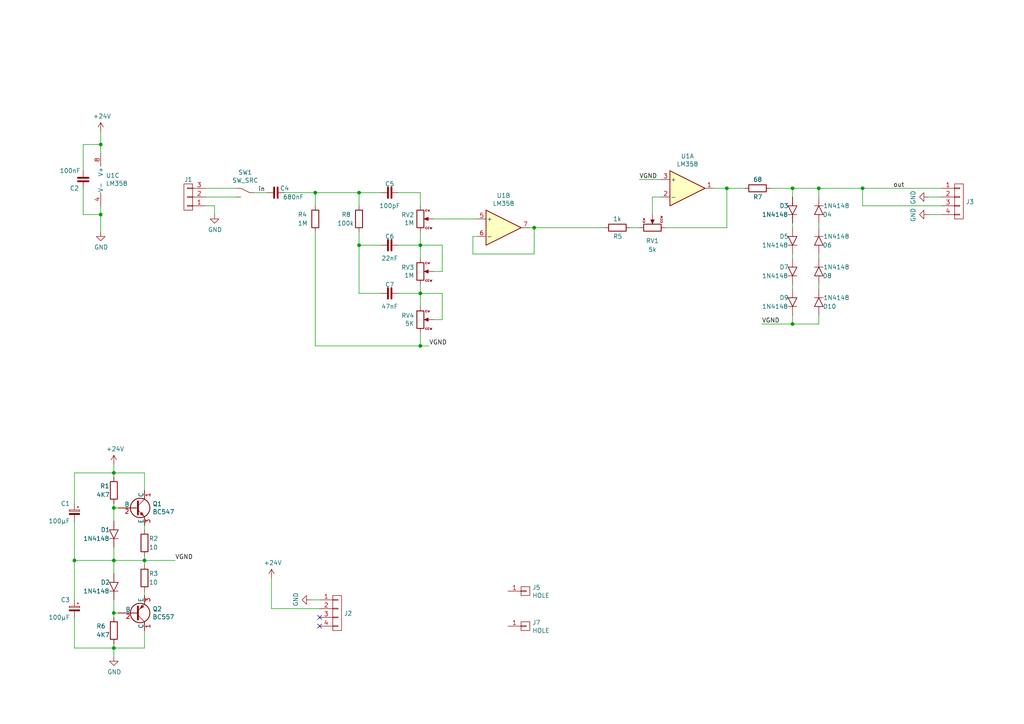
<source format=kicad_sch>
(kicad_sch (version 20211123) (generator eeschema)

  (uuid 127679a9-3981-4934-815e-896a4e3ff56e)

  (paper "A4")

  (lib_symbols
    (symbol "myAmp:1N4148" (pin_numbers hide) (pin_names (offset 1.016) hide) (in_bom yes) (on_board yes)
      (property "Reference" "D" (id 0) (at 0 2.54 0)
        (effects (font (size 1.27 1.27)))
      )
      (property "Value" "1N4148" (id 1) (at 0 -2.54 0)
        (effects (font (size 1.27 1.27)))
      )
      (property "Footprint" "" (id 2) (at 0 0 0)
        (effects (font (size 1.27 1.27)) hide)
      )
      (property "Datasheet" "" (id 3) (at 0 0 0)
        (effects (font (size 1.27 1.27)) hide)
      )
      (symbol "1N4148_0_1"
        (polyline
          (pts
            (xy -1.27 1.27)
            (xy -1.27 -1.27)
          )
          (stroke (width 0) (type default) (color 0 0 0 0))
          (fill (type none))
        )
        (polyline
          (pts
            (xy 1.27 1.27)
            (xy 1.27 -1.27)
            (xy -1.27 0)
            (xy 1.27 1.27)
          )
          (stroke (width 0.2032) (type default) (color 0 0 0 0))
          (fill (type none))
        )
      )
      (symbol "1N4148_1_1"
        (pin passive line (at -3.81 0 0) (length 2.54)
          (name "K" (effects (font (size 1.27 1.27))))
          (number "1" (effects (font (size 1.27 1.27))))
        )
        (pin passive line (at 3.81 0 180) (length 2.54)
          (name "A" (effects (font (size 1.27 1.27))))
          (number "2" (effects (font (size 1.27 1.27))))
        )
      )
    )
    (symbol "myAmp:BC547" (pin_names (offset 0)) (in_bom yes) (on_board yes)
      (property "Reference" "Q" (id 0) (at 5.08 1.905 0)
        (effects (font (size 1.27 1.27)) (justify left))
      )
      (property "Value" "BC547" (id 1) (at 5.08 0 0)
        (effects (font (size 1.27 1.27)) (justify left))
      )
      (property "Footprint" "myLib:TO-92_Inline_Wide" (id 2) (at 5.08 -1.905 0)
        (effects (font (size 1.27 1.27) italic) (justify left) hide)
      )
      (property "Datasheet" "" (id 3) (at 0 0 0)
        (effects (font (size 1.27 1.27)) (justify left))
      )
      (symbol "BC547_0_1"
        (polyline
          (pts
            (xy 0 0)
            (xy 0.635 0)
          )
          (stroke (width 0) (type default) (color 0 0 0 0))
          (fill (type none))
        )
        (polyline
          (pts
            (xy 0.635 0.635)
            (xy 2.54 2.54)
          )
          (stroke (width 0) (type default) (color 0 0 0 0))
          (fill (type none))
        )
        (polyline
          (pts
            (xy 0.635 -0.635)
            (xy 2.54 -2.54)
            (xy 2.54 -2.54)
          )
          (stroke (width 0) (type default) (color 0 0 0 0))
          (fill (type none))
        )
        (polyline
          (pts
            (xy 0.635 1.905)
            (xy 0.635 -1.905)
            (xy 0.635 -1.905)
          )
          (stroke (width 0.508) (type default) (color 0 0 0 0))
          (fill (type none))
        )
        (polyline
          (pts
            (xy 1.27 -1.778)
            (xy 1.778 -1.27)
            (xy 2.286 -2.286)
            (xy 1.27 -1.778)
            (xy 1.27 -1.778)
          )
          (stroke (width 0) (type default) (color 0 0 0 0))
          (fill (type outline))
        )
        (circle (center 1.27 0) (radius 2.8194)
          (stroke (width 0.254) (type default) (color 0 0 0 0))
          (fill (type none))
        )
      )
      (symbol "BC547_1_1"
        (pin passive line (at 2.54 5.08 270) (length 2.54)
          (name "C" (effects (font (size 1.27 1.27))))
          (number "1" (effects (font (size 1.27 1.27))))
        )
        (pin input line (at -5.08 0 0) (length 5.08)
          (name "B" (effects (font (size 1.27 1.27))))
          (number "2" (effects (font (size 1.27 1.27))))
        )
        (pin passive line (at 2.54 -5.08 90) (length 2.54)
          (name "E" (effects (font (size 1.27 1.27))))
          (number "3" (effects (font (size 1.27 1.27))))
        )
      )
    )
    (symbol "myAmp:BC557" (pin_names (offset 0)) (in_bom yes) (on_board yes)
      (property "Reference" "Q" (id 0) (at 5.08 1.905 0)
        (effects (font (size 1.27 1.27)) (justify left))
      )
      (property "Value" "BC557" (id 1) (at 5.08 0 0)
        (effects (font (size 1.27 1.27)) (justify left))
      )
      (property "Footprint" "myLib:TO-92_Inline_Wide" (id 2) (at 5.08 -1.905 0)
        (effects (font (size 1.27 1.27) italic) (justify left) hide)
      )
      (property "Datasheet" "" (id 3) (at 0 0 0)
        (effects (font (size 1.27 1.27)) (justify left) hide)
      )
      (symbol "BC557_0_1"
        (polyline
          (pts
            (xy 0.635 0.635)
            (xy 2.54 2.54)
          )
          (stroke (width 0) (type default) (color 0 0 0 0))
          (fill (type none))
        )
        (polyline
          (pts
            (xy 0.635 -0.635)
            (xy 2.54 -2.54)
            (xy 2.54 -2.54)
          )
          (stroke (width 0) (type default) (color 0 0 0 0))
          (fill (type none))
        )
        (polyline
          (pts
            (xy 0.635 1.905)
            (xy 0.635 -1.905)
            (xy 0.635 -1.905)
          )
          (stroke (width 0.508) (type default) (color 0 0 0 0))
          (fill (type none))
        )
        (polyline
          (pts
            (xy 2.286 -1.778)
            (xy 1.778 -2.286)
            (xy 1.27 -1.27)
            (xy 2.286 -1.778)
            (xy 2.286 -1.778)
          )
          (stroke (width 0) (type default) (color 0 0 0 0))
          (fill (type outline))
        )
        (circle (center 1.27 0) (radius 2.8194)
          (stroke (width 0.254) (type default) (color 0 0 0 0))
          (fill (type none))
        )
      )
      (symbol "BC557_1_1"
        (pin passive line (at 2.54 5.08 270) (length 2.54)
          (name "C" (effects (font (size 1.27 1.27))))
          (number "1" (effects (font (size 1.27 1.27))))
        )
        (pin input line (at -5.08 0 0) (length 5.715)
          (name "B" (effects (font (size 1.27 1.27))))
          (number "2" (effects (font (size 1.27 1.27))))
        )
        (pin passive line (at 2.54 -5.08 90) (length 2.54)
          (name "E" (effects (font (size 1.27 1.27))))
          (number "3" (effects (font (size 1.27 1.27))))
        )
      )
    )
    (symbol "myAmp:C" (pin_numbers hide) (pin_names (offset 0.254)) (in_bom yes) (on_board yes)
      (property "Reference" "C" (id 0) (at 0.635 2.54 0)
        (effects (font (size 1.27 1.27)) (justify left))
      )
      (property "Value" "C" (id 1) (at 0.635 -2.54 0)
        (effects (font (size 1.27 1.27)) (justify left))
      )
      (property "Footprint" "" (id 2) (at 0.9652 -3.81 0)
        (effects (font (size 1.27 1.27)) hide)
      )
      (property "Datasheet" "" (id 3) (at 0 0 0)
        (effects (font (size 1.27 1.27)) hide)
      )
      (symbol "C_0_1"
        (polyline
          (pts
            (xy -1.524 -0.508)
            (xy 1.524 -0.508)
          )
          (stroke (width 0.508) (type default) (color 0 0 0 0))
          (fill (type none))
        )
        (polyline
          (pts
            (xy -1.524 0.508)
            (xy 1.524 0.508)
          )
          (stroke (width 0.508) (type default) (color 0 0 0 0))
          (fill (type none))
        )
      )
      (symbol "C_1_1"
        (pin passive line (at 0 2.54 270) (length 1.778)
          (name "~" (effects (font (size 1.27 1.27))))
          (number "1" (effects (font (size 1.27 1.27))))
        )
        (pin passive line (at 0 -2.54 90) (length 1.778)
          (name "~" (effects (font (size 1.27 1.27))))
          (number "2" (effects (font (size 1.27 1.27))))
        )
      )
    )
    (symbol "myAmp:CONN_01X03" (pin_names (offset 1.016) hide) (in_bom yes) (on_board yes)
      (property "Reference" "J" (id 0) (at 0 7.62 0)
        (effects (font (size 1.27 1.27)))
      )
      (property "Value" "CONN_01X03" (id 1) (at 2.54 1.27 90)
        (effects (font (size 1.27 1.27)) hide)
      )
      (property "Footprint" "" (id 2) (at 0 1.27 0)
        (effects (font (size 1.27 1.27)) hide)
      )
      (property "Datasheet" "" (id 3) (at 0 1.27 0)
        (effects (font (size 1.27 1.27)) hide)
      )
      (symbol "CONN_01X03_0_1"
        (rectangle (start -1.27 0.127) (end 0.254 -0.127)
          (stroke (width 0) (type default) (color 0 0 0 0))
          (fill (type none))
        )
        (rectangle (start -1.27 2.667) (end 0.254 2.413)
          (stroke (width 0) (type default) (color 0 0 0 0))
          (fill (type none))
        )
        (rectangle (start -1.27 3.81) (end 1.27 -3.81)
          (stroke (width 0) (type default) (color 0 0 0 0))
          (fill (type none))
        )
      )
      (symbol "CONN_01X03_1_1"
        (rectangle (start -1.27 -2.413) (end 0.254 -2.667)
          (stroke (width 0) (type default) (color 0 0 0 0))
          (fill (type none))
        )
        (pin passive line (at -5.08 2.54 0) (length 3.81)
          (name "~" (effects (font (size 1.27 1.27))))
          (number "1" (effects (font (size 1.27 1.27))))
        )
        (pin passive line (at -5.08 0 0) (length 3.81)
          (name "~" (effects (font (size 1.27 1.27))))
          (number "2" (effects (font (size 1.27 1.27))))
        )
        (pin passive line (at -5.08 -2.54 0) (length 3.81)
          (name "~" (effects (font (size 1.27 1.27))))
          (number "3" (effects (font (size 1.27 1.27))))
        )
      )
    )
    (symbol "myAmp:CONN_01X04" (pin_names (offset 1.016) hide) (in_bom yes) (on_board yes)
      (property "Reference" "J" (id 0) (at 0 6.35 0)
        (effects (font (size 1.27 1.27)))
      )
      (property "Value" "CONN_01X04" (id 1) (at 2.54 0 90)
        (effects (font (size 1.27 1.27)) hide)
      )
      (property "Footprint" "" (id 2) (at 0 0 0)
        (effects (font (size 1.27 1.27)) hide)
      )
      (property "Datasheet" "" (id 3) (at 0 0 0)
        (effects (font (size 1.27 1.27)) hide)
      )
      (symbol "CONN_01X04_0_1"
        (rectangle (start -1.27 -1.143) (end 0.254 -1.397)
          (stroke (width 0) (type default) (color 0 0 0 0))
          (fill (type none))
        )
        (rectangle (start -1.27 1.397) (end 0.254 1.143)
          (stroke (width 0) (type default) (color 0 0 0 0))
          (fill (type none))
        )
        (rectangle (start -1.27 5.08) (end 1.27 -5.08)
          (stroke (width 0) (type default) (color 0 0 0 0))
          (fill (type none))
        )
      )
      (symbol "CONN_01X04_1_1"
        (rectangle (start -1.27 -3.683) (end 0.254 -3.937)
          (stroke (width 0) (type default) (color 0 0 0 0))
          (fill (type none))
        )
        (rectangle (start -1.27 3.937) (end 0.254 3.683)
          (stroke (width 0) (type default) (color 0 0 0 0))
          (fill (type none))
        )
        (pin passive line (at -5.08 3.81 0) (length 3.81)
          (name "P1" (effects (font (size 1.27 1.27))))
          (number "1" (effects (font (size 1.27 1.27))))
        )
        (pin passive line (at -5.08 1.27 0) (length 3.81)
          (name "P2" (effects (font (size 1.27 1.27))))
          (number "2" (effects (font (size 1.27 1.27))))
        )
        (pin passive line (at -5.08 -1.27 0) (length 3.81)
          (name "~" (effects (font (size 1.27 1.27))))
          (number "3" (effects (font (size 1.27 1.27))))
        )
        (pin passive line (at -5.08 -3.81 0) (length 3.81)
          (name "~" (effects (font (size 1.27 1.27))))
          (number "4" (effects (font (size 1.27 1.27))))
        )
      )
    )
    (symbol "myAmp:CPOL" (pin_numbers hide) (pin_names (offset 0.254) hide) (in_bom yes) (on_board yes)
      (property "Reference" "C" (id 0) (at 0.254 1.778 0)
        (effects (font (size 1.27 1.27)) (justify left))
      )
      (property "Value" "CPOL" (id 1) (at 0.254 -2.032 0)
        (effects (font (size 1.27 1.27)) (justify left))
      )
      (property "Footprint" "" (id 2) (at 0 0 0)
        (effects (font (size 1.27 1.27)) hide)
      )
      (property "Datasheet" "" (id 3) (at 0 0 0)
        (effects (font (size 1.27 1.27)) hide)
      )
      (symbol "CPOL_0_1"
        (rectangle (start -1.524 -0.3048) (end 1.524 -0.6858)
          (stroke (width 0) (type default) (color 0 0 0 0))
          (fill (type outline))
        )
        (rectangle (start -1.524 0.6858) (end 1.524 0.3048)
          (stroke (width 0) (type default) (color 0 0 0 0))
          (fill (type none))
        )
        (polyline
          (pts
            (xy -1.27 1.524)
            (xy -0.762 1.524)
          )
          (stroke (width 0) (type default) (color 0 0 0 0))
          (fill (type none))
        )
        (polyline
          (pts
            (xy -1.016 1.27)
            (xy -1.016 1.778)
          )
          (stroke (width 0) (type default) (color 0 0 0 0))
          (fill (type none))
        )
      )
      (symbol "CPOL_1_1"
        (pin passive line (at 0 2.54 270) (length 1.8542)
          (name "~" (effects (font (size 1.27 1.27))))
          (number "1" (effects (font (size 1.27 1.27))))
        )
        (pin passive line (at 0 -2.54 90) (length 1.8542)
          (name "~" (effects (font (size 1.27 1.27))))
          (number "2" (effects (font (size 1.27 1.27))))
        )
      )
    )
    (symbol "myAmp:HOLE" (pin_names (offset 1.016) hide) (in_bom yes) (on_board yes)
      (property "Reference" "J" (id 0) (at 0 2.54 0)
        (effects (font (size 1.27 1.27)))
      )
      (property "Value" "HOLE" (id 1) (at 2.54 0 90)
        (effects (font (size 1.27 1.27)))
      )
      (property "Footprint" "" (id 2) (at 0 0 0)
        (effects (font (size 1.27 1.27)) hide)
      )
      (property "Datasheet" "" (id 3) (at 0 0 0)
        (effects (font (size 1.27 1.27)) hide)
      )
      (symbol "HOLE_0_1"
        (rectangle (start -1.27 0.127) (end 0.254 -0.127)
          (stroke (width 0) (type default) (color 0 0 0 0))
          (fill (type none))
        )
        (rectangle (start -1.27 1.27) (end 1.27 -1.27)
          (stroke (width 0) (type default) (color 0 0 0 0))
          (fill (type none))
        )
      )
      (symbol "HOLE_1_1"
        (pin passive line (at -5.08 0 0) (length 3.81)
          (name "P1" (effects (font (size 1.27 1.27))))
          (number "1" (effects (font (size 1.27 1.27))))
        )
      )
    )
    (symbol "myAmp:NE5532" (pin_names (offset 0.127)) (in_bom yes) (on_board yes)
      (property "Reference" "U" (id 0) (at 0 5.08 0)
        (effects (font (size 1.27 1.27)) (justify left))
      )
      (property "Value" "NE5532" (id 1) (at 0 -5.08 0)
        (effects (font (size 1.27 1.27)) (justify left))
      )
      (property "Footprint" "" (id 2) (at 0 0 0)
        (effects (font (size 1.27 1.27)) hide)
      )
      (property "Datasheet" "" (id 3) (at 0 0 0)
        (effects (font (size 1.27 1.27)) hide)
      )
      (property "ki_locked" "" (id 4) (at 0 0 0)
        (effects (font (size 1.27 1.27)))
      )
      (property "ki_fp_filters" "SOIC*3.9x4.9mm*P1.27mm* DIP*W7.62mm* TO*99* OnSemi*Micro8* TSSOP*3x3mm*P0.65mm* TSSOP*4.4x3mm*P0.65mm* MSOP*3x3mm*P0.65mm* SSOP*3.9x4.9mm*P0.635mm* LFCSP*2x2mm*P0.5mm* *SIP* SOIC*5.3x6.2mm*P1.27mm*" (id 5) (at 0 0 0)
        (effects (font (size 1.27 1.27)) hide)
      )
      (symbol "NE5532_1_1"
        (polyline
          (pts
            (xy -5.08 5.08)
            (xy 5.08 0)
            (xy -5.08 -5.08)
            (xy -5.08 5.08)
          )
          (stroke (width 0.254) (type default) (color 0 0 0 0))
          (fill (type background))
        )
        (pin output line (at 7.62 0 180) (length 2.54)
          (name "~" (effects (font (size 1.27 1.27))))
          (number "1" (effects (font (size 1.27 1.27))))
        )
        (pin input line (at -7.62 -2.54 0) (length 2.54)
          (name "-" (effects (font (size 1.27 1.27))))
          (number "2" (effects (font (size 1.27 1.27))))
        )
        (pin input line (at -7.62 2.54 0) (length 2.54)
          (name "+" (effects (font (size 1.27 1.27))))
          (number "3" (effects (font (size 1.27 1.27))))
        )
      )
      (symbol "NE5532_2_1"
        (polyline
          (pts
            (xy -5.08 5.08)
            (xy 5.08 0)
            (xy -5.08 -5.08)
            (xy -5.08 5.08)
          )
          (stroke (width 0.254) (type default) (color 0 0 0 0))
          (fill (type background))
        )
        (pin input line (at -7.62 2.54 0) (length 2.54)
          (name "+" (effects (font (size 1.27 1.27))))
          (number "5" (effects (font (size 1.27 1.27))))
        )
        (pin input line (at -7.62 -2.54 0) (length 2.54)
          (name "-" (effects (font (size 1.27 1.27))))
          (number "6" (effects (font (size 1.27 1.27))))
        )
        (pin output line (at 7.62 0 180) (length 2.54)
          (name "~" (effects (font (size 1.27 1.27))))
          (number "7" (effects (font (size 1.27 1.27))))
        )
      )
      (symbol "NE5532_3_1"
        (pin power_in line (at -2.54 -7.62 90) (length 3.81)
          (name "V-" (effects (font (size 1.27 1.27))))
          (number "4" (effects (font (size 1.27 1.27))))
        )
        (pin power_in line (at -2.54 7.62 270) (length 3.81)
          (name "V+" (effects (font (size 1.27 1.27))))
          (number "8" (effects (font (size 1.27 1.27))))
        )
      )
    )
    (symbol "myAmp:OPAMP" (pin_names (offset 0.127)) (in_bom yes) (on_board yes)
      (property "Reference" "U" (id 0) (at 0 5.08 0)
        (effects (font (size 1.27 1.27)) (justify left))
      )
      (property "Value" "OPAMP" (id 1) (at 0 -5.08 0)
        (effects (font (size 1.27 1.27)) (justify left))
      )
      (property "Footprint" "" (id 2) (at 0 0 0)
        (effects (font (size 1.27 1.27)) hide)
      )
      (property "Datasheet" "" (id 3) (at 0 0 0)
        (effects (font (size 1.27 1.27)) hide)
      )
      (property "ki_locked" "" (id 4) (at 0 0 0)
        (effects (font (size 1.27 1.27)))
      )
      (property "ki_fp_filters" "SOIC*3.9x4.9mm*P1.27mm* DIP*W7.62mm* TO*99* OnSemi*Micro8* TSSOP*3x3mm*P0.65mm* TSSOP*4.4x3mm*P0.65mm* MSOP*3x3mm*P0.65mm* SSOP*3.9x4.9mm*P0.635mm* LFCSP*2x2mm*P0.5mm* *SIP* SOIC*5.3x6.2mm*P1.27mm*" (id 5) (at 0 0 0)
        (effects (font (size 1.27 1.27)) hide)
      )
      (symbol "OPAMP_1_1"
        (polyline
          (pts
            (xy -5.08 5.08)
            (xy 5.08 0)
            (xy -5.08 -5.08)
            (xy -5.08 5.08)
          )
          (stroke (width 0.254) (type default) (color 0 0 0 0))
          (fill (type background))
        )
        (pin output line (at 7.62 0 180) (length 2.54)
          (name "~" (effects (font (size 1.27 1.27))))
          (number "1" (effects (font (size 1.27 1.27))))
        )
        (pin input line (at -7.62 -2.54 0) (length 2.54)
          (name "-" (effects (font (size 1.27 1.27))))
          (number "2" (effects (font (size 1.27 1.27))))
        )
        (pin input line (at -7.62 2.54 0) (length 2.54)
          (name "+" (effects (font (size 1.27 1.27))))
          (number "3" (effects (font (size 1.27 1.27))))
        )
      )
      (symbol "OPAMP_2_1"
        (polyline
          (pts
            (xy -5.08 5.08)
            (xy 5.08 0)
            (xy -5.08 -5.08)
            (xy -5.08 5.08)
          )
          (stroke (width 0.254) (type default) (color 0 0 0 0))
          (fill (type background))
        )
        (pin input line (at -7.62 2.54 0) (length 2.54)
          (name "+" (effects (font (size 1.27 1.27))))
          (number "5" (effects (font (size 1.27 1.27))))
        )
        (pin input line (at -7.62 -2.54 0) (length 2.54)
          (name "-" (effects (font (size 1.27 1.27))))
          (number "6" (effects (font (size 1.27 1.27))))
        )
        (pin output line (at 7.62 0 180) (length 2.54)
          (name "~" (effects (font (size 1.27 1.27))))
          (number "7" (effects (font (size 1.27 1.27))))
        )
      )
      (symbol "OPAMP_3_1"
        (pin power_in line (at -2.54 -7.62 90) (length 3.81)
          (name "V-" (effects (font (size 1.27 1.27))))
          (number "4" (effects (font (size 1.27 1.27))))
        )
        (pin power_in line (at -2.54 7.62 270) (length 3.81)
          (name "V+" (effects (font (size 1.27 1.27))))
          (number "8" (effects (font (size 1.27 1.27))))
        )
      )
    )
    (symbol "myAmp:R" (pin_numbers hide) (pin_names (offset 0)) (in_bom yes) (on_board yes)
      (property "Reference" "R" (id 0) (at 2.032 0 90)
        (effects (font (size 1.27 1.27)))
      )
      (property "Value" "R" (id 1) (at 0 0 90)
        (effects (font (size 1.27 1.27)))
      )
      (property "Footprint" "" (id 2) (at -1.778 0 90)
        (effects (font (size 1.27 1.27)) hide)
      )
      (property "Datasheet" "" (id 3) (at 0 0 0)
        (effects (font (size 1.27 1.27)) hide)
      )
      (property "ki_fp_filters" "R_*" (id 4) (at 0 0 0)
        (effects (font (size 1.27 1.27)) hide)
      )
      (symbol "R_0_1"
        (rectangle (start -1.016 -2.54) (end 1.016 2.54)
          (stroke (width 0.254) (type default) (color 0 0 0 0))
          (fill (type none))
        )
      )
      (symbol "R_1_1"
        (pin passive line (at 0 3.81 270) (length 1.27)
          (name "~" (effects (font (size 1.27 1.27))))
          (number "1" (effects (font (size 1.27 1.27))))
        )
        (pin passive line (at 0 -3.81 90) (length 1.27)
          (name "~" (effects (font (size 1.27 1.27))))
          (number "2" (effects (font (size 1.27 1.27))))
        )
      )
    )
    (symbol "myAmp:R_POT" (pin_numbers hide) (pin_names (offset 1.016) hide) (in_bom yes) (on_board yes)
      (property "Reference" "RV" (id 0) (at -4.445 0 90)
        (effects (font (size 1.27 1.27)))
      )
      (property "Value" "R_POT" (id 1) (at -2.54 0 90)
        (effects (font (size 1.27 1.27)))
      )
      (property "Footprint" "" (id 2) (at 0 0 0)
        (effects (font (size 1.27 1.27)) hide)
      )
      (property "Datasheet" "" (id 3) (at -3.81 -3.81 0)
        (effects (font (size 1.27 1.27)) hide)
      )
      (property "ki_fp_filters" "Potentiometer*" (id 4) (at 0 0 0)
        (effects (font (size 1.27 1.27)) hide)
      )
      (symbol "R_POT_0_0"
        (text "ccw" (at 1.27 2.54 0)
          (effects (font (size 0.762 0.762)) (justify left))
        )
        (text "cw" (at 1.27 -2.54 0)
          (effects (font (size 0.762 0.762)) (justify left))
        )
      )
      (symbol "R_POT_0_1"
        (polyline
          (pts
            (xy 1.143 0)
            (xy 2.286 0.508)
            (xy 2.286 -0.508)
            (xy 1.143 0)
          )
          (stroke (width 0) (type default) (color 0 0 0 0))
          (fill (type outline))
        )
        (rectangle (start 1.016 2.54) (end -1.016 -2.54)
          (stroke (width 0.254) (type default) (color 0 0 0 0))
          (fill (type none))
        )
      )
      (symbol "R_POT_1_1"
        (pin passive line (at 0 3.81 270) (length 1.27)
          (name "1" (effects (font (size 1.27 1.27))))
          (number "1" (effects (font (size 1.27 1.27))))
        )
        (pin passive line (at 3.81 0 180) (length 2.032)
          (name "2" (effects (font (size 1.27 1.27))))
          (number "2" (effects (font (size 1.27 1.27))))
        )
        (pin passive line (at 0 -3.81 90) (length 1.27)
          (name "3" (effects (font (size 1.27 1.27))))
          (number "3" (effects (font (size 1.27 1.27))))
        )
      )
    )
    (symbol "myAmp:SW_SPDT" (pin_numbers hide) (pin_names (offset 1.016)) (in_bom yes) (on_board yes)
      (property "Reference" "SW" (id 0) (at 0 -3.81 0)
        (effects (font (size 1.27 1.27)))
      )
      (property "Value" "SW_SPDT" (id 1) (at 0 3.81 0)
        (effects (font (size 1.27 1.27)))
      )
      (property "Footprint" "" (id 2) (at 0 0 0)
        (effects (font (size 1.27 1.27)) hide)
      )
      (property "Datasheet" "" (id 3) (at 0 0 0)
        (effects (font (size 1.27 1.27)) hide)
      )
      (symbol "SW_SPDT_0_1"
        (polyline
          (pts
            (xy -1.27 0)
            (xy 1.27 1.27)
          )
          (stroke (width 0) (type default) (color 0 0 0 0))
          (fill (type none))
        )
      )
      (symbol "SW_SPDT_1_1"
        (pin passive line (at 2.54 1.27 180) (length 1.27)
          (name "~" (effects (font (size 1.27 1.27))))
          (number "1" (effects (font (size 1.27 1.27))))
        )
        (pin passive line (at -2.54 0 0) (length 1.27)
          (name "~" (effects (font (size 1.27 1.27))))
          (number "2" (effects (font (size 1.27 1.27))))
        )
        (pin passive line (at 2.54 -1.27 180) (length 1.27)
          (name "~" (effects (font (size 1.27 1.27))))
          (number "3" (effects (font (size 1.27 1.27))))
        )
      )
    )
    (symbol "myAmp:TL072" (pin_names (offset 0.127)) (in_bom yes) (on_board yes)
      (property "Reference" "U" (id 0) (at 0 5.08 0)
        (effects (font (size 1.27 1.27)) (justify left))
      )
      (property "Value" "TL072" (id 1) (at 0 -5.08 0)
        (effects (font (size 1.27 1.27)) (justify left))
      )
      (property "Footprint" "" (id 2) (at 0 0 0)
        (effects (font (size 1.27 1.27)) hide)
      )
      (property "Datasheet" "" (id 3) (at 0 0 0)
        (effects (font (size 1.27 1.27)) hide)
      )
      (property "ki_locked" "" (id 4) (at 0 0 0)
        (effects (font (size 1.27 1.27)))
      )
      (property "ki_fp_filters" "SOIC*3.9x4.9mm*P1.27mm* DIP*W7.62mm* TO*99* OnSemi*Micro8* TSSOP*3x3mm*P0.65mm* TSSOP*4.4x3mm*P0.65mm* MSOP*3x3mm*P0.65mm* SSOP*3.9x4.9mm*P0.635mm* LFCSP*2x2mm*P0.5mm* *SIP* SOIC*5.3x6.2mm*P1.27mm*" (id 5) (at 0 0 0)
        (effects (font (size 1.27 1.27)) hide)
      )
      (symbol "TL072_1_1"
        (polyline
          (pts
            (xy -5.08 5.08)
            (xy 5.08 0)
            (xy -5.08 -5.08)
            (xy -5.08 5.08)
          )
          (stroke (width 0.254) (type default) (color 0 0 0 0))
          (fill (type background))
        )
        (pin output line (at 7.62 0 180) (length 2.54)
          (name "~" (effects (font (size 1.27 1.27))))
          (number "1" (effects (font (size 1.27 1.27))))
        )
        (pin input line (at -7.62 -2.54 0) (length 2.54)
          (name "-" (effects (font (size 1.27 1.27))))
          (number "2" (effects (font (size 1.27 1.27))))
        )
        (pin input line (at -7.62 2.54 0) (length 2.54)
          (name "+" (effects (font (size 1.27 1.27))))
          (number "3" (effects (font (size 1.27 1.27))))
        )
      )
      (symbol "TL072_2_1"
        (polyline
          (pts
            (xy -5.08 5.08)
            (xy 5.08 0)
            (xy -5.08 -5.08)
            (xy -5.08 5.08)
          )
          (stroke (width 0.254) (type default) (color 0 0 0 0))
          (fill (type background))
        )
        (pin input line (at -7.62 2.54 0) (length 2.54)
          (name "+" (effects (font (size 1.27 1.27))))
          (number "5" (effects (font (size 1.27 1.27))))
        )
        (pin input line (at -7.62 -2.54 0) (length 2.54)
          (name "-" (effects (font (size 1.27 1.27))))
          (number "6" (effects (font (size 1.27 1.27))))
        )
        (pin output line (at 7.62 0 180) (length 2.54)
          (name "~" (effects (font (size 1.27 1.27))))
          (number "7" (effects (font (size 1.27 1.27))))
        )
      )
      (symbol "TL072_3_1"
        (pin power_in line (at -2.54 -7.62 90) (length 3.81)
          (name "V-" (effects (font (size 1.27 1.27))))
          (number "4" (effects (font (size 1.27 1.27))))
        )
        (pin power_in line (at -2.54 7.62 270) (length 3.81)
          (name "V+" (effects (font (size 1.27 1.27))))
          (number "8" (effects (font (size 1.27 1.27))))
        )
      )
    )
    (symbol "power:+24V" (power) (pin_names (offset 0)) (in_bom yes) (on_board yes)
      (property "Reference" "#PWR" (id 0) (at 0 -3.81 0)
        (effects (font (size 1.27 1.27)) hide)
      )
      (property "Value" "+24V" (id 1) (at 0 3.556 0)
        (effects (font (size 1.27 1.27)))
      )
      (property "Footprint" "" (id 2) (at 0 0 0)
        (effects (font (size 1.27 1.27)) hide)
      )
      (property "Datasheet" "" (id 3) (at 0 0 0)
        (effects (font (size 1.27 1.27)) hide)
      )
      (property "ki_keywords" "power-flag" (id 4) (at 0 0 0)
        (effects (font (size 1.27 1.27)) hide)
      )
      (property "ki_description" "Power symbol creates a global label with name \"+24V\"" (id 5) (at 0 0 0)
        (effects (font (size 1.27 1.27)) hide)
      )
      (symbol "+24V_0_1"
        (polyline
          (pts
            (xy -0.762 1.27)
            (xy 0 2.54)
          )
          (stroke (width 0) (type default) (color 0 0 0 0))
          (fill (type none))
        )
        (polyline
          (pts
            (xy 0 0)
            (xy 0 2.54)
          )
          (stroke (width 0) (type default) (color 0 0 0 0))
          (fill (type none))
        )
        (polyline
          (pts
            (xy 0 2.54)
            (xy 0.762 1.27)
          )
          (stroke (width 0) (type default) (color 0 0 0 0))
          (fill (type none))
        )
      )
      (symbol "+24V_1_1"
        (pin power_in line (at 0 0 90) (length 0) hide
          (name "+24V" (effects (font (size 1.27 1.27))))
          (number "1" (effects (font (size 1.27 1.27))))
        )
      )
    )
    (symbol "power:GND" (power) (pin_names (offset 0)) (in_bom yes) (on_board yes)
      (property "Reference" "#PWR" (id 0) (at 0 -6.35 0)
        (effects (font (size 1.27 1.27)) hide)
      )
      (property "Value" "GND" (id 1) (at 0 -3.81 0)
        (effects (font (size 1.27 1.27)))
      )
      (property "Footprint" "" (id 2) (at 0 0 0)
        (effects (font (size 1.27 1.27)) hide)
      )
      (property "Datasheet" "" (id 3) (at 0 0 0)
        (effects (font (size 1.27 1.27)) hide)
      )
      (property "ki_keywords" "power-flag" (id 4) (at 0 0 0)
        (effects (font (size 1.27 1.27)) hide)
      )
      (property "ki_description" "Power symbol creates a global label with name \"GND\" , ground" (id 5) (at 0 0 0)
        (effects (font (size 1.27 1.27)) hide)
      )
      (symbol "GND_0_1"
        (polyline
          (pts
            (xy 0 0)
            (xy 0 -1.27)
            (xy 1.27 -1.27)
            (xy 0 -2.54)
            (xy -1.27 -1.27)
            (xy 0 -1.27)
          )
          (stroke (width 0) (type default) (color 0 0 0 0))
          (fill (type none))
        )
      )
      (symbol "GND_1_1"
        (pin power_in line (at 0 0 270) (length 0) hide
          (name "GND" (effects (font (size 1.27 1.27))))
          (number "1" (effects (font (size 1.27 1.27))))
        )
      )
    )
  )

  (junction (at 29.21 62.23) (diameter 0) (color 0 0 0 0)
    (uuid 1bf544e3-5940-4576-9291-2464e95c0ee2)
  )
  (junction (at 121.92 100.33) (diameter 0) (color 0 0 0 0)
    (uuid 1c68b844-c861-46b7-b734-0242168a4220)
  )
  (junction (at 33.02 147.32) (diameter 0) (color 0 0 0 0)
    (uuid 21ae9c3a-7138-444e-be38-56a4842ab594)
  )
  (junction (at 250.19 54.61) (diameter 0) (color 0 0 0 0)
    (uuid 240c10af-51b5-420e-a6f4-a2c8f5db1db5)
  )
  (junction (at 237.49 54.61) (diameter 0) (color 0 0 0 0)
    (uuid 2d697cf0-e02e-4ed1-a048-a704dab0ee43)
  )
  (junction (at 104.14 71.12) (diameter 0) (color 0 0 0 0)
    (uuid 31540a7e-dc9e-4e4d-96b1-dab15efa5f4b)
  )
  (junction (at 104.14 55.88) (diameter 0) (color 0 0 0 0)
    (uuid 4107d40a-e5df-4255-aacc-13f9928e090c)
  )
  (junction (at 210.82 54.61) (diameter 0) (color 0 0 0 0)
    (uuid 61fe293f-6808-4b7f-9340-9aaac7054a97)
  )
  (junction (at 229.87 93.98) (diameter 0) (color 0 0 0 0)
    (uuid 658dad07-97fd-466c-8b49-21892ac96ea4)
  )
  (junction (at 121.92 71.12) (diameter 0) (color 0 0 0 0)
    (uuid 6bf05d19-ba3e-4ba6-8a6f-4e0bc45ea3b2)
  )
  (junction (at 41.91 162.56) (diameter 0) (color 0 0 0 0)
    (uuid 7d928d56-093a-4ca8-aed1-414b7e703b45)
  )
  (junction (at 33.02 177.8) (diameter 0) (color 0 0 0 0)
    (uuid 853ee787-6e2c-4f32-bc75-6c17337dd3d5)
  )
  (junction (at 154.94 66.04) (diameter 0) (color 0 0 0 0)
    (uuid 86dc7a78-7d51-4111-9eea-8a8f7977eb16)
  )
  (junction (at 33.02 137.16) (diameter 0) (color 0 0 0 0)
    (uuid 87d7448e-e139-4209-ae0b-372f805267da)
  )
  (junction (at 21.59 162.56) (diameter 0) (color 0 0 0 0)
    (uuid 994b6220-4755-4d84-91b3-6122ac1c2c5e)
  )
  (junction (at 229.87 54.61) (diameter 0) (color 0 0 0 0)
    (uuid a5e521b9-814e-4853-a5ac-f158785c6269)
  )
  (junction (at 91.44 55.88) (diameter 0) (color 0 0 0 0)
    (uuid b5071759-a4d7-4769-be02-251f23cd4454)
  )
  (junction (at 29.21 41.91) (diameter 0) (color 0 0 0 0)
    (uuid c701ee8e-1214-4781-a973-17bef7b6e3eb)
  )
  (junction (at 33.02 162.56) (diameter 0) (color 0 0 0 0)
    (uuid cdfb07af-801b-44ba-8c30-d021a6ad3039)
  )
  (junction (at 121.92 85.09) (diameter 0) (color 0 0 0 0)
    (uuid e54e5e19-1deb-49a9-8629-617db8e434c0)
  )
  (junction (at 33.02 187.96) (diameter 0) (color 0 0 0 0)
    (uuid ee41cb8e-512d-41d2-81e1-3c50fff32aeb)
  )

  (no_connect (at 92.71 179.07) (uuid babeabf2-f3b0-4ed5-8d9e-0215947e6cf3))
  (no_connect (at 92.71 181.61) (uuid e8c50f1b-c316-4110-9cce-5c24c65a1eaa))

  (wire (pts (xy 78.74 167.64) (xy 78.74 176.53))
    (stroke (width 0) (type default) (color 0 0 0 0))
    (uuid 003c2200-0632-4808-a662-8ddd5d30c768)
  )
  (wire (pts (xy 41.91 161.29) (xy 41.91 162.56))
    (stroke (width 0) (type default) (color 0 0 0 0))
    (uuid 01e9b6e7-adf9-4ee7-9447-a588630ee4a2)
  )
  (wire (pts (xy 223.52 54.61) (xy 229.87 54.61))
    (stroke (width 0) (type default) (color 0 0 0 0))
    (uuid 0325ec43-0390-4ae2-b055-b1ec6ce17b1c)
  )
  (wire (pts (xy 59.69 59.69) (xy 62.23 59.69))
    (stroke (width 0) (type default) (color 0 0 0 0))
    (uuid 03caada9-9e22-4e2d-9035-b15433dfbb17)
  )
  (wire (pts (xy 128.27 78.74) (xy 125.73 78.74))
    (stroke (width 0) (type default) (color 0 0 0 0))
    (uuid 065b9982-55f2-4822-977e-07e8a06e7b35)
  )
  (wire (pts (xy 21.59 173.99) (xy 21.59 162.56))
    (stroke (width 0) (type default) (color 0 0 0 0))
    (uuid 097edb1b-8998-4e70-b670-bba125982348)
  )
  (wire (pts (xy 33.02 138.43) (xy 33.02 137.16))
    (stroke (width 0) (type default) (color 0 0 0 0))
    (uuid 099096e4-8c2a-4d84-a16f-06b4b6330e7a)
  )
  (wire (pts (xy 91.44 100.33) (xy 121.92 100.33))
    (stroke (width 0) (type default) (color 0 0 0 0))
    (uuid 0f324b67-75ef-407f-8dbc-3c1fc5c2abba)
  )
  (wire (pts (xy 104.14 85.09) (xy 110.49 85.09))
    (stroke (width 0) (type default) (color 0 0 0 0))
    (uuid 109caac1-5036-4f23-9a66-f569d871501b)
  )
  (wire (pts (xy 33.02 146.05) (xy 33.02 147.32))
    (stroke (width 0) (type default) (color 0 0 0 0))
    (uuid 14769dc5-8525-4984-8b15-a734ee247efa)
  )
  (wire (pts (xy 104.14 71.12) (xy 104.14 85.09))
    (stroke (width 0) (type default) (color 0 0 0 0))
    (uuid 19b0959e-a79b-43b2-a5ad-525ced7e9131)
  )
  (wire (pts (xy 34.29 147.32) (xy 33.02 147.32))
    (stroke (width 0) (type default) (color 0 0 0 0))
    (uuid 19c56563-5fe3-442a-885b-418dbc2421eb)
  )
  (wire (pts (xy 29.21 41.91) (xy 29.21 44.45))
    (stroke (width 0) (type default) (color 0 0 0 0))
    (uuid 1a1ab354-5f85-45f9-938c-9f6c4c8c3ea2)
  )
  (wire (pts (xy 33.02 187.96) (xy 21.59 187.96))
    (stroke (width 0) (type default) (color 0 0 0 0))
    (uuid 1e518c2a-4cb7-4599-a1fa-5b9f847da7d3)
  )
  (wire (pts (xy 269.24 62.23) (xy 273.05 62.23))
    (stroke (width 0) (type default) (color 0 0 0 0))
    (uuid 1e8701fc-ad24-40ea-846a-e3db538d6077)
  )
  (wire (pts (xy 229.87 93.98) (xy 237.49 93.98))
    (stroke (width 0) (type default) (color 0 0 0 0))
    (uuid 22999e73-da32-43a5-9163-4b3a41614f25)
  )
  (wire (pts (xy 121.92 71.12) (xy 121.92 74.93))
    (stroke (width 0) (type default) (color 0 0 0 0))
    (uuid 25e5aa8e-2696-44a3-8d3c-c2c53f2923cf)
  )
  (wire (pts (xy 229.87 64.77) (xy 229.87 66.04))
    (stroke (width 0) (type default) (color 0 0 0 0))
    (uuid 262f1ea9-0133-4b43-be36-456207ea857c)
  )
  (wire (pts (xy 41.91 182.88) (xy 41.91 187.96))
    (stroke (width 0) (type default) (color 0 0 0 0))
    (uuid 2d67a417-188f-4014-9282-000265d80009)
  )
  (wire (pts (xy 115.57 55.88) (xy 121.92 55.88))
    (stroke (width 0) (type default) (color 0 0 0 0))
    (uuid 2dc54bac-8640-4dd7-b8ed-3c7acb01a8ea)
  )
  (wire (pts (xy 207.01 54.61) (xy 210.82 54.61))
    (stroke (width 0) (type default) (color 0 0 0 0))
    (uuid 2f215f15-3d52-4c91-93e6-3ea03a95622f)
  )
  (wire (pts (xy 33.02 137.16) (xy 21.59 137.16))
    (stroke (width 0) (type default) (color 0 0 0 0))
    (uuid 34a74736-156e-4bf3-9200-cd137cfa59da)
  )
  (wire (pts (xy 154.94 66.04) (xy 153.67 66.04))
    (stroke (width 0) (type default) (color 0 0 0 0))
    (uuid 34d03349-6d78-4165-a683-2d8b76f2bae8)
  )
  (wire (pts (xy 154.94 66.04) (xy 175.26 66.04))
    (stroke (width 0) (type default) (color 0 0 0 0))
    (uuid 37b6c6d6-3e12-4736-912a-ea6e2bf06721)
  )
  (wire (pts (xy 29.21 62.23) (xy 29.21 59.69))
    (stroke (width 0) (type default) (color 0 0 0 0))
    (uuid 3aaee4c4-dbf7-49a5-a620-9465d8cc3ae7)
  )
  (wire (pts (xy 210.82 54.61) (xy 210.82 66.04))
    (stroke (width 0) (type default) (color 0 0 0 0))
    (uuid 40976bf0-19de-460f-ad64-224d4f51e16b)
  )
  (wire (pts (xy 237.49 54.61) (xy 250.19 54.61))
    (stroke (width 0) (type default) (color 0 0 0 0))
    (uuid 40b14a16-fb82-4b9d-89dd-55cd98abb5cc)
  )
  (wire (pts (xy 24.13 54.61) (xy 24.13 62.23))
    (stroke (width 0) (type default) (color 0 0 0 0))
    (uuid 42713045-fffd-4b2d-ae1e-7232d705fb12)
  )
  (wire (pts (xy 21.59 187.96) (xy 21.59 179.07))
    (stroke (width 0) (type default) (color 0 0 0 0))
    (uuid 477311b9-8f81-40c8-9c55-fd87e287247a)
  )
  (wire (pts (xy 90.17 173.99) (xy 92.71 173.99))
    (stroke (width 0) (type default) (color 0 0 0 0))
    (uuid 4780a290-d25c-4459-9579-eba3f7678762)
  )
  (wire (pts (xy 91.44 55.88) (xy 91.44 59.69))
    (stroke (width 0) (type default) (color 0 0 0 0))
    (uuid 4b03e854-02fe-44cc-bece-f8268b7cae54)
  )
  (wire (pts (xy 210.82 54.61) (xy 215.9 54.61))
    (stroke (width 0) (type default) (color 0 0 0 0))
    (uuid 5487601b-81d3-4c70-8f3d-cf9df9c63302)
  )
  (wire (pts (xy 229.87 54.61) (xy 237.49 54.61))
    (stroke (width 0) (type default) (color 0 0 0 0))
    (uuid 576c6616-e95d-4f1e-8ead-dea30fcdc8c2)
  )
  (wire (pts (xy 33.02 177.8) (xy 33.02 179.07))
    (stroke (width 0) (type default) (color 0 0 0 0))
    (uuid 57c0c267-8bf9-4cc7-b734-d71a239ac313)
  )
  (wire (pts (xy 229.87 73.66) (xy 229.87 74.93))
    (stroke (width 0) (type default) (color 0 0 0 0))
    (uuid 5edcefbe-9766-42c8-9529-28d0ec865573)
  )
  (wire (pts (xy 115.57 85.09) (xy 121.92 85.09))
    (stroke (width 0) (type default) (color 0 0 0 0))
    (uuid 609b9e1b-4e3b-42b7-ac76-a62ec4d0e7c7)
  )
  (wire (pts (xy 41.91 137.16) (xy 33.02 137.16))
    (stroke (width 0) (type default) (color 0 0 0 0))
    (uuid 6284122b-79c3-4e04-925e-3d32cc3ec077)
  )
  (wire (pts (xy 33.02 190.5) (xy 33.02 187.96))
    (stroke (width 0) (type default) (color 0 0 0 0))
    (uuid 644ae9fc-3c8e-4089-866e-a12bf371c3e9)
  )
  (wire (pts (xy 33.02 134.62) (xy 33.02 137.16))
    (stroke (width 0) (type default) (color 0 0 0 0))
    (uuid 65134029-dbd2-409a-85a8-13c2a33ff019)
  )
  (wire (pts (xy 21.59 151.13) (xy 21.59 162.56))
    (stroke (width 0) (type default) (color 0 0 0 0))
    (uuid 67763d19-f622-4e1e-81e5-5b24da7c3f99)
  )
  (wire (pts (xy 29.21 38.1) (xy 29.21 41.91))
    (stroke (width 0) (type default) (color 0 0 0 0))
    (uuid 6781326c-6e0d-4753-8f28-0f5c687e01f9)
  )
  (wire (pts (xy 121.92 96.52) (xy 121.92 100.33))
    (stroke (width 0) (type default) (color 0 0 0 0))
    (uuid 6d1d60ff-408a-47a7-892f-c5cf9ef6ca75)
  )
  (wire (pts (xy 237.49 93.98) (xy 237.49 91.44))
    (stroke (width 0) (type default) (color 0 0 0 0))
    (uuid 6e68f0cd-800e-4167-9553-71fc59da1eeb)
  )
  (wire (pts (xy 121.92 67.31) (xy 121.92 71.12))
    (stroke (width 0) (type default) (color 0 0 0 0))
    (uuid 70fb572d-d5ec-41e7-9482-63d4578b4f47)
  )
  (wire (pts (xy 237.49 73.66) (xy 237.49 74.93))
    (stroke (width 0) (type default) (color 0 0 0 0))
    (uuid 721d1be9-236e-470b-ba69-f1cc6c43faf9)
  )
  (wire (pts (xy 41.91 171.45) (xy 41.91 172.72))
    (stroke (width 0) (type default) (color 0 0 0 0))
    (uuid 730b670c-9bcf-4dcd-9a8d-fcaa61fb0955)
  )
  (wire (pts (xy 33.02 158.75) (xy 33.02 162.56))
    (stroke (width 0) (type default) (color 0 0 0 0))
    (uuid 789ca812-3e0c-4a3f-97bc-a916dd9bce80)
  )
  (wire (pts (xy 24.13 41.91) (xy 29.21 41.91))
    (stroke (width 0) (type default) (color 0 0 0 0))
    (uuid 7aed3a71-054b-4aaa-9c0a-030523c32827)
  )
  (wire (pts (xy 121.92 82.55) (xy 121.92 85.09))
    (stroke (width 0) (type default) (color 0 0 0 0))
    (uuid 7afa54c4-2181-41d3-81f7-39efc497ecae)
  )
  (wire (pts (xy 229.87 54.61) (xy 229.87 57.15))
    (stroke (width 0) (type default) (color 0 0 0 0))
    (uuid 7b044939-8c4d-444f-b9e0-a15fcdeb5a86)
  )
  (wire (pts (xy 104.14 67.31) (xy 104.14 71.12))
    (stroke (width 0) (type default) (color 0 0 0 0))
    (uuid 7c04618d-9115-4179-b234-a8faf854ea92)
  )
  (wire (pts (xy 34.29 177.8) (xy 33.02 177.8))
    (stroke (width 0) (type default) (color 0 0 0 0))
    (uuid 7cee474b-af8f-4832-b07a-c43c1ab0b464)
  )
  (wire (pts (xy 237.49 82.55) (xy 237.49 83.82))
    (stroke (width 0) (type default) (color 0 0 0 0))
    (uuid 81a15393-727e-448b-a777-b18773023d89)
  )
  (wire (pts (xy 189.23 57.15) (xy 189.23 62.23))
    (stroke (width 0) (type default) (color 0 0 0 0))
    (uuid 8412992d-8754-44de-9e08-115cec1a3eff)
  )
  (wire (pts (xy 41.91 187.96) (xy 33.02 187.96))
    (stroke (width 0) (type default) (color 0 0 0 0))
    (uuid 84e5506c-143e-495f-9aa4-d3a71622f213)
  )
  (wire (pts (xy 137.16 68.58) (xy 137.16 73.66))
    (stroke (width 0) (type default) (color 0 0 0 0))
    (uuid 88d2c4b8-79f2-4e8b-9f70-b7e0ed9c70f8)
  )
  (wire (pts (xy 125.73 63.5) (xy 138.43 63.5))
    (stroke (width 0) (type default) (color 0 0 0 0))
    (uuid 89c0bc4d-eee5-4a77-ac35-d30b35db5cbe)
  )
  (wire (pts (xy 237.49 54.61) (xy 237.49 57.15))
    (stroke (width 0) (type default) (color 0 0 0 0))
    (uuid 89e83c2e-e90a-4a50-b278-880bac0cfb49)
  )
  (wire (pts (xy 41.91 162.56) (xy 41.91 163.83))
    (stroke (width 0) (type default) (color 0 0 0 0))
    (uuid 8a650ebf-3f78-4ca4-a26b-a5028693e36d)
  )
  (wire (pts (xy 115.57 71.12) (xy 121.92 71.12))
    (stroke (width 0) (type default) (color 0 0 0 0))
    (uuid 8c1605f9-6c91-4701-96bf-e753661d5e23)
  )
  (wire (pts (xy 250.19 54.61) (xy 273.05 54.61))
    (stroke (width 0) (type default) (color 0 0 0 0))
    (uuid 8c514922-ffe1-4e37-a260-e807409f2e0d)
  )
  (wire (pts (xy 62.23 59.69) (xy 62.23 62.23))
    (stroke (width 0) (type default) (color 0 0 0 0))
    (uuid 8ca3e20d-bcc7-4c5e-9deb-562dfed9fecb)
  )
  (wire (pts (xy 24.13 49.53) (xy 24.13 41.91))
    (stroke (width 0) (type default) (color 0 0 0 0))
    (uuid 9157f4ae-0244-4ff1-9f73-3cb4cbb5f280)
  )
  (wire (pts (xy 128.27 92.71) (xy 128.27 85.09))
    (stroke (width 0) (type default) (color 0 0 0 0))
    (uuid 970e0f64-111f-41e3-9f5a-fb0d0f6fa101)
  )
  (wire (pts (xy 29.21 67.31) (xy 29.21 62.23))
    (stroke (width 0) (type default) (color 0 0 0 0))
    (uuid 9bb20359-0f8b-45bc-9d38-6626ed3a939d)
  )
  (wire (pts (xy 33.02 173.99) (xy 33.02 177.8))
    (stroke (width 0) (type default) (color 0 0 0 0))
    (uuid 9cb12cc8-7f1a-4a01-9256-c119f11a8a02)
  )
  (wire (pts (xy 41.91 137.16) (xy 41.91 142.24))
    (stroke (width 0) (type default) (color 0 0 0 0))
    (uuid a13ab237-8f8d-4e16-8c47-4440653b8534)
  )
  (wire (pts (xy 21.59 162.56) (xy 33.02 162.56))
    (stroke (width 0) (type default) (color 0 0 0 0))
    (uuid a17904b9-135e-4dae-ae20-401c7787de72)
  )
  (wire (pts (xy 121.92 71.12) (xy 128.27 71.12))
    (stroke (width 0) (type default) (color 0 0 0 0))
    (uuid a24ddb4f-c217-42ca-b6cb-d12da84fb2b9)
  )
  (wire (pts (xy 220.98 93.98) (xy 229.87 93.98))
    (stroke (width 0) (type default) (color 0 0 0 0))
    (uuid a29f8df0-3fae-4edf-8d9c-bd5a875b13e3)
  )
  (wire (pts (xy 229.87 91.44) (xy 229.87 93.98))
    (stroke (width 0) (type default) (color 0 0 0 0))
    (uuid a4f86a46-3bc8-4daa-9125-a63f297eb114)
  )
  (wire (pts (xy 128.27 71.12) (xy 128.27 78.74))
    (stroke (width 0) (type default) (color 0 0 0 0))
    (uuid a6ccc556-da88-4006-ae1a-cc35733efef3)
  )
  (wire (pts (xy 137.16 73.66) (xy 154.94 73.66))
    (stroke (width 0) (type default) (color 0 0 0 0))
    (uuid a7531a95-7ca1-4f34-955e-18120cec99e6)
  )
  (wire (pts (xy 41.91 152.4) (xy 41.91 153.67))
    (stroke (width 0) (type default) (color 0 0 0 0))
    (uuid abe07c9a-17c3-43b5-b7a6-ae867ac27ea7)
  )
  (wire (pts (xy 128.27 85.09) (xy 121.92 85.09))
    (stroke (width 0) (type default) (color 0 0 0 0))
    (uuid b6135480-ace6-42b2-9c47-856ef57cded1)
  )
  (wire (pts (xy 121.92 85.09) (xy 121.92 88.9))
    (stroke (width 0) (type default) (color 0 0 0 0))
    (uuid b7867831-ef82-4f33-a926-59e5c1c09b91)
  )
  (wire (pts (xy 182.88 66.04) (xy 185.42 66.04))
    (stroke (width 0) (type default) (color 0 0 0 0))
    (uuid b88717bd-086f-46cd-9d3f-0396009d0996)
  )
  (wire (pts (xy 82.55 55.88) (xy 91.44 55.88))
    (stroke (width 0) (type default) (color 0 0 0 0))
    (uuid b9bb0e73-161a-4d06-b6eb-a9f66d8a95f5)
  )
  (wire (pts (xy 185.42 52.07) (xy 191.77 52.07))
    (stroke (width 0) (type default) (color 0 0 0 0))
    (uuid bb4b1afc-c46e-451d-8dad-36b7dec82f26)
  )
  (wire (pts (xy 193.04 66.04) (xy 210.82 66.04))
    (stroke (width 0) (type default) (color 0 0 0 0))
    (uuid bdc7face-9f7c-4701-80bb-4cc144448db1)
  )
  (wire (pts (xy 24.13 62.23) (xy 29.21 62.23))
    (stroke (width 0) (type default) (color 0 0 0 0))
    (uuid c0515cd2-cdaa-467e-8354-0f6eadfa35c9)
  )
  (wire (pts (xy 250.19 54.61) (xy 250.19 59.69))
    (stroke (width 0) (type default) (color 0 0 0 0))
    (uuid c09938fd-06b9-4771-9f63-2311626243b3)
  )
  (wire (pts (xy 237.49 64.77) (xy 237.49 66.04))
    (stroke (width 0) (type default) (color 0 0 0 0))
    (uuid c1c799a0-3c93-493a-9ad7-8a0561bc69ee)
  )
  (wire (pts (xy 269.24 57.15) (xy 273.05 57.15))
    (stroke (width 0) (type default) (color 0 0 0 0))
    (uuid c25a772d-af9c-4ebc-96f6-0966738c13a8)
  )
  (wire (pts (xy 59.69 54.61) (xy 68.58 54.61))
    (stroke (width 0) (type default) (color 0 0 0 0))
    (uuid c49d23ab-146d-4089-864f-2d22b5b414b9)
  )
  (wire (pts (xy 68.58 57.15) (xy 59.69 57.15))
    (stroke (width 0) (type default) (color 0 0 0 0))
    (uuid c7af8405-da2e-4a34-b9b8-518f342f8995)
  )
  (wire (pts (xy 33.02 147.32) (xy 33.02 151.13))
    (stroke (width 0) (type default) (color 0 0 0 0))
    (uuid c7e7067c-5f5e-48d8-ab59-df26f9b35863)
  )
  (wire (pts (xy 21.59 137.16) (xy 21.59 146.05))
    (stroke (width 0) (type default) (color 0 0 0 0))
    (uuid ca5a4651-0d1d-441b-b17d-01518ef3b656)
  )
  (wire (pts (xy 33.02 162.56) (xy 41.91 162.56))
    (stroke (width 0) (type default) (color 0 0 0 0))
    (uuid ca87f11b-5f48-4b57-8535-68d3ec2fe5a9)
  )
  (wire (pts (xy 91.44 55.88) (xy 104.14 55.88))
    (stroke (width 0) (type default) (color 0 0 0 0))
    (uuid cada57e2-1fa7-4b9d-a2a0-2218773d5c50)
  )
  (wire (pts (xy 33.02 186.69) (xy 33.02 187.96))
    (stroke (width 0) (type default) (color 0 0 0 0))
    (uuid d0d2eee9-31f6-44fa-8149-ebb4dc2dc0dc)
  )
  (wire (pts (xy 91.44 67.31) (xy 91.44 100.33))
    (stroke (width 0) (type default) (color 0 0 0 0))
    (uuid d34782f3-f489-435c-9fdb-c733dcc53e3b)
  )
  (wire (pts (xy 250.19 59.69) (xy 273.05 59.69))
    (stroke (width 0) (type default) (color 0 0 0 0))
    (uuid d5641ac9-9be7-46bf-90b3-6c83d852b5ba)
  )
  (wire (pts (xy 125.73 92.71) (xy 128.27 92.71))
    (stroke (width 0) (type default) (color 0 0 0 0))
    (uuid dc2801a1-d539-4721-b31f-fe196b9f13df)
  )
  (wire (pts (xy 73.66 55.88) (xy 77.47 55.88))
    (stroke (width 0) (type default) (color 0 0 0 0))
    (uuid df32840e-2912-4088-b54c-9a85f64c0265)
  )
  (wire (pts (xy 78.74 176.53) (xy 92.71 176.53))
    (stroke (width 0) (type default) (color 0 0 0 0))
    (uuid df68c26a-03b5-4466-aecf-ba34b7dce6b7)
  )
  (wire (pts (xy 138.43 68.58) (xy 137.16 68.58))
    (stroke (width 0) (type default) (color 0 0 0 0))
    (uuid e1c30a32-820e-4b17-aec9-5cb8b76f0ccc)
  )
  (wire (pts (xy 41.91 162.56) (xy 50.8 162.56))
    (stroke (width 0) (type default) (color 0 0 0 0))
    (uuid e3fc1e69-a11c-4c84-8952-fefb9372474e)
  )
  (wire (pts (xy 121.92 100.33) (xy 124.46 100.33))
    (stroke (width 0) (type default) (color 0 0 0 0))
    (uuid e4aa537c-eb9d-4dbb-ac87-fae46af42391)
  )
  (wire (pts (xy 110.49 55.88) (xy 104.14 55.88))
    (stroke (width 0) (type default) (color 0 0 0 0))
    (uuid e4d2f565-25a0-48c6-be59-f4bf31ad2558)
  )
  (wire (pts (xy 104.14 55.88) (xy 104.14 59.69))
    (stroke (width 0) (type default) (color 0 0 0 0))
    (uuid e502d1d5-04b0-4d4b-b5c3-8c52d09668e7)
  )
  (wire (pts (xy 104.14 71.12) (xy 110.49 71.12))
    (stroke (width 0) (type default) (color 0 0 0 0))
    (uuid e67b9f8c-019b-4145-98a4-96545f6bb128)
  )
  (wire (pts (xy 33.02 162.56) (xy 33.02 166.37))
    (stroke (width 0) (type default) (color 0 0 0 0))
    (uuid e6b860cc-cb76-4220-acfb-68f1eb348bfa)
  )
  (wire (pts (xy 121.92 55.88) (xy 121.92 59.69))
    (stroke (width 0) (type default) (color 0 0 0 0))
    (uuid eae0ab9f-65b2-44d3-aba7-873c3227fba7)
  )
  (wire (pts (xy 229.87 82.55) (xy 229.87 83.82))
    (stroke (width 0) (type default) (color 0 0 0 0))
    (uuid ec5c2062-3a41-4636-8803-069e60a1641a)
  )
  (wire (pts (xy 154.94 73.66) (xy 154.94 66.04))
    (stroke (width 0) (type default) (color 0 0 0 0))
    (uuid f8fc38ec-0b98-40bc-ae2f-e5cc29973bca)
  )
  (wire (pts (xy 191.77 57.15) (xy 189.23 57.15))
    (stroke (width 0) (type default) (color 0 0 0 0))
    (uuid ffd175d1-912a-4224-be1e-a8198680f46b)
  )

  (label "VGND" (at 220.98 93.98 0)
    (effects (font (size 1.27 1.27)) (justify left bottom))
    (uuid 20cca02e-4c4d-4961-b6b4-b40a1731b220)
  )
  (label "in" (at 74.93 55.88 0)
    (effects (font (size 1.27 1.27)) (justify left bottom))
    (uuid 503dbd88-3e6b-48cc-a2ea-a6e28b52a1f7)
  )
  (label "out" (at 259.08 54.61 0)
    (effects (font (size 1.27 1.27)) (justify left bottom))
    (uuid 592f25e6-a01b-47fd-8172-3da01117d00a)
  )
  (label "VGND" (at 185.42 52.07 0)
    (effects (font (size 1.27 1.27)) (justify left bottom))
    (uuid 597a11f2-5d2c-4a65-ac95-38ad106e1367)
  )
  (label "VGND" (at 50.8 162.56 0)
    (effects (font (size 1.27 1.27)) (justify left bottom))
    (uuid cb614b23-9af3-4aec-bed8-c1374e001510)
  )
  (label "VGND" (at 124.46 100.33 0)
    (effects (font (size 1.27 1.27)) (justify left bottom))
    (uuid f9403623-c00c-4b71-bc5c-d763ff009386)
  )

  (symbol (lib_id "myAmp:NE5532") (at 31.75 52.07 0) (unit 3)
    (in_bom yes) (on_board yes)
    (uuid 00000000-0000-0000-0000-00005f0669d9)
    (property "Reference" "U1" (id 0) (at 30.6832 50.9016 0)
      (effects (font (size 1.27 1.27)) (justify left))
    )
    (property "Value" "LM358" (id 1) (at 30.6832 53.213 0)
      (effects (font (size 1.27 1.27)) (justify left))
    )
    (property "Footprint" "myAmp:SOIC-8_3.9x4.9mm_P1.27mm" (id 2) (at 31.75 52.07 0)
      (effects (font (size 1.27 1.27)) hide)
    )
    (property "Datasheet" "" (id 3) (at 31.75 52.07 0)
      (effects (font (size 1.27 1.27)) hide)
    )
    (pin "4" (uuid f6c96c0d-4cf7-4e5a-ad96-cb52e5fda138))
    (pin "8" (uuid 3f43b8cc-e232-4de4-a8bc-56a1a1c0a87a))
  )

  (symbol (lib_id "power:GND") (at 29.21 67.31 0) (unit 1)
    (in_bom yes) (on_board yes)
    (uuid 00000000-0000-0000-0000-00005f0669e6)
    (property "Reference" "#PWR05" (id 0) (at 29.21 73.66 0)
      (effects (font (size 1.27 1.27)) hide)
    )
    (property "Value" "GND" (id 1) (at 29.337 71.7042 0))
    (property "Footprint" "" (id 2) (at 29.21 67.31 0)
      (effects (font (size 1.27 1.27)) hide)
    )
    (property "Datasheet" "" (id 3) (at 29.21 67.31 0)
      (effects (font (size 1.27 1.27)) hide)
    )
    (pin "1" (uuid dbe6edc1-ee1c-41ad-b94e-6a468b80b874))
  )

  (symbol (lib_id "myAmp:C") (at 24.13 52.07 180) (unit 1)
    (in_bom yes) (on_board yes)
    (uuid 00000000-0000-0000-0000-00005f0669ed)
    (property "Reference" "C2" (id 0) (at 21.59 54.61 0))
    (property "Value" "100nF" (id 1) (at 20.32 49.53 0))
    (property "Footprint" "myAmp:C_FILM_L7.2mm_W3.5mm_P5.00mm" (id 2) (at 23.1648 48.26 0)
      (effects (font (size 1.27 1.27)) hide)
    )
    (property "Datasheet" "" (id 3) (at 24.13 52.07 0)
      (effects (font (size 1.27 1.27)) hide)
    )
    (pin "1" (uuid 3a013e8f-5b12-499b-8d2d-0ad49966db1a))
    (pin "2" (uuid 7b32ef33-8c7b-417f-9260-1a8773398f8f))
  )

  (symbol (lib_id "myAmp:BC547") (at 39.37 147.32 0) (unit 1)
    (in_bom yes) (on_board yes)
    (uuid 00000000-0000-0000-0000-00005f1bf59e)
    (property "Reference" "Q1" (id 0) (at 44.2214 146.1516 0)
      (effects (font (size 1.27 1.27)) (justify left))
    )
    (property "Value" "BC547" (id 1) (at 44.2214 148.463 0)
      (effects (font (size 1.27 1.27)) (justify left))
    )
    (property "Footprint" "myAmp:TO-92_Inline_Wide" (id 2) (at 44.45 149.225 0)
      (effects (font (size 1.27 1.27) italic) (justify left) hide)
    )
    (property "Datasheet" "" (id 3) (at 39.37 147.32 0)
      (effects (font (size 1.27 1.27)) (justify left))
    )
    (pin "1" (uuid 13126287-e9cb-4238-b299-7176f08d4c96))
    (pin "2" (uuid 0fc92961-6e51-49df-b0eb-dd1791483003))
    (pin "3" (uuid 345b5742-5f5b-4133-bd63-f955ca19a62c))
  )

  (symbol (lib_id "myAmp:BC557") (at 39.37 177.8 0) (mirror x) (unit 1)
    (in_bom yes) (on_board yes)
    (uuid 00000000-0000-0000-0000-00005f1bf5a4)
    (property "Reference" "Q2" (id 0) (at 44.2214 176.6316 0)
      (effects (font (size 1.27 1.27)) (justify left))
    )
    (property "Value" "BC557" (id 1) (at 44.2214 178.943 0)
      (effects (font (size 1.27 1.27)) (justify left))
    )
    (property "Footprint" "myAmp:TO-92_Inline_Wide" (id 2) (at 44.45 175.895 0)
      (effects (font (size 1.27 1.27) italic) (justify left) hide)
    )
    (property "Datasheet" "" (id 3) (at 39.37 177.8 0)
      (effects (font (size 1.27 1.27)) (justify left) hide)
    )
    (pin "1" (uuid c360b637-6f5d-44e0-97f7-af09c2986ed7))
    (pin "2" (uuid 91e34627-a183-42e4-bafa-955f631c2bab))
    (pin "3" (uuid 0df376e0-b3b8-4926-8318-ef70bcc43326))
  )

  (symbol (lib_id "myAmp:R") (at 41.91 157.48 180) (unit 1)
    (in_bom yes) (on_board yes)
    (uuid 00000000-0000-0000-0000-00005f1bf5aa)
    (property "Reference" "R2" (id 0) (at 43.18 156.21 0)
      (effects (font (size 1.27 1.27)) (justify right))
    )
    (property "Value" "10" (id 1) (at 43.18 158.75 0)
      (effects (font (size 1.27 1.27)) (justify right))
    )
    (property "Footprint" "myAmp:R_10MM" (id 2) (at 43.688 157.48 90)
      (effects (font (size 1.27 1.27)) hide)
    )
    (property "Datasheet" "" (id 3) (at 41.91 157.48 0)
      (effects (font (size 1.27 1.27)) hide)
    )
    (pin "1" (uuid 77b09fa1-fbbb-49ab-94c4-069660b694ff))
    (pin "2" (uuid 899f373a-cf16-4f13-9d21-dfc8f80ca371))
  )

  (symbol (lib_id "myAmp:R") (at 41.91 167.64 180) (unit 1)
    (in_bom yes) (on_board yes)
    (uuid 00000000-0000-0000-0000-00005f1bf5b0)
    (property "Reference" "R3" (id 0) (at 43.18 166.37 0)
      (effects (font (size 1.27 1.27)) (justify right))
    )
    (property "Value" "10" (id 1) (at 43.18 168.91 0)
      (effects (font (size 1.27 1.27)) (justify right))
    )
    (property "Footprint" "myAmp:R_10MM" (id 2) (at 43.688 167.64 90)
      (effects (font (size 1.27 1.27)) hide)
    )
    (property "Datasheet" "" (id 3) (at 41.91 167.64 0)
      (effects (font (size 1.27 1.27)) hide)
    )
    (pin "1" (uuid b8a69dfb-4ff5-4171-8662-f4fd81f9fc4a))
    (pin "2" (uuid d5926ae5-e972-4dcc-8335-d8bd16db6dbc))
  )

  (symbol (lib_id "myAmp:1N4148") (at 33.02 154.94 90) (unit 1)
    (in_bom yes) (on_board yes)
    (uuid 00000000-0000-0000-0000-00005f1bf5bd)
    (property "Reference" "D1" (id 0) (at 29.21 153.67 90)
      (effects (font (size 1.27 1.27)) (justify right))
    )
    (property "Value" "1N4148" (id 1) (at 24.13 156.21 90)
      (effects (font (size 1.27 1.27)) (justify right))
    )
    (property "Footprint" "myAmp:DO35" (id 2) (at 33.02 154.94 0)
      (effects (font (size 1.27 1.27)) hide)
    )
    (property "Datasheet" "" (id 3) (at 33.02 154.94 0)
      (effects (font (size 1.27 1.27)) hide)
    )
    (pin "1" (uuid a1cf3838-7a06-43e1-a94f-aa849ba69819))
    (pin "2" (uuid 73975e5a-04c0-454b-b7b1-06dcb3c81497))
  )

  (symbol (lib_id "myAmp:1N4148") (at 33.02 170.18 90) (unit 1)
    (in_bom yes) (on_board yes)
    (uuid 00000000-0000-0000-0000-00005f1bf5c3)
    (property "Reference" "D2" (id 0) (at 29.21 168.91 90)
      (effects (font (size 1.27 1.27)) (justify right))
    )
    (property "Value" "1N4148" (id 1) (at 24.13 171.45 90)
      (effects (font (size 1.27 1.27)) (justify right))
    )
    (property "Footprint" "myAmp:DO35" (id 2) (at 33.02 170.18 0)
      (effects (font (size 1.27 1.27)) hide)
    )
    (property "Datasheet" "" (id 3) (at 33.02 170.18 0)
      (effects (font (size 1.27 1.27)) hide)
    )
    (pin "1" (uuid 61d63f1b-dbdf-4e18-9e78-d70eac21ae65))
    (pin "2" (uuid 23d0e929-f5a1-4c62-b387-0887d9659f38))
  )

  (symbol (lib_id "myAmp:R") (at 33.02 182.88 180) (unit 1)
    (in_bom yes) (on_board yes)
    (uuid 00000000-0000-0000-0000-00005f1bf5cd)
    (property "Reference" "R6" (id 0) (at 27.94 181.61 0)
      (effects (font (size 1.27 1.27)) (justify right))
    )
    (property "Value" "4K7" (id 1) (at 27.94 184.15 0)
      (effects (font (size 1.27 1.27)) (justify right))
    )
    (property "Footprint" "myAmp:R_10MM" (id 2) (at 34.798 182.88 90)
      (effects (font (size 1.27 1.27)) hide)
    )
    (property "Datasheet" "" (id 3) (at 33.02 182.88 0)
      (effects (font (size 1.27 1.27)) hide)
    )
    (pin "1" (uuid 875404be-e359-458a-af29-1bd3403dd55f))
    (pin "2" (uuid f683b564-906b-42f6-a233-cd22c58657dd))
  )

  (symbol (lib_id "myAmp:R") (at 33.02 142.24 180) (unit 1)
    (in_bom yes) (on_board yes)
    (uuid 00000000-0000-0000-0000-00005f1bf5d3)
    (property "Reference" "R1" (id 0) (at 31.75 140.97 0)
      (effects (font (size 1.27 1.27)) (justify left))
    )
    (property "Value" "4K7" (id 1) (at 27.94 143.51 0)
      (effects (font (size 1.27 1.27)) (justify right))
    )
    (property "Footprint" "myAmp:R_10MM" (id 2) (at 34.798 142.24 90)
      (effects (font (size 1.27 1.27)) hide)
    )
    (property "Datasheet" "" (id 3) (at 33.02 142.24 0)
      (effects (font (size 1.27 1.27)) hide)
    )
    (pin "1" (uuid 73e2a101-0bc0-414b-9aa7-7eeb8a3caef1))
    (pin "2" (uuid 7f2c9904-545b-4337-acd6-8707e0924818))
  )

  (symbol (lib_id "myAmp:CPOL") (at 21.59 148.59 0) (mirror y) (unit 1)
    (in_bom yes) (on_board yes)
    (uuid 00000000-0000-0000-0000-00005f1bf5e1)
    (property "Reference" "C1" (id 0) (at 20.32 146.05 0)
      (effects (font (size 1.27 1.27)) (justify left))
    )
    (property "Value" "100μF" (id 1) (at 20.32 151.13 0)
      (effects (font (size 1.27 1.27)) (justify left))
    )
    (property "Footprint" "myAmp:CPOL_D6.3_P2.5" (id 2) (at 21.59 148.59 0)
      (effects (font (size 1.27 1.27)) hide)
    )
    (property "Datasheet" "" (id 3) (at 21.59 148.59 0)
      (effects (font (size 1.27 1.27)) hide)
    )
    (pin "1" (uuid 7e9c7b14-3332-49ee-a587-5014a80db3f9))
    (pin "2" (uuid f03f8712-a7f0-45ba-8dbf-7ce6f298ed42))
  )

  (symbol (lib_id "myAmp:R") (at 179.07 66.04 90) (unit 1)
    (in_bom yes) (on_board yes)
    (uuid 00000000-0000-0000-0000-000061b16417)
    (property "Reference" "R5" (id 0) (at 177.8 68.58 90)
      (effects (font (size 1.27 1.27)) (justify right))
    )
    (property "Value" "1k" (id 1) (at 177.8 63.5 90)
      (effects (font (size 1.27 1.27)) (justify right))
    )
    (property "Footprint" "myAmp:R_10MM" (id 2) (at 179.07 67.818 90)
      (effects (font (size 1.27 1.27)) hide)
    )
    (property "Datasheet" "" (id 3) (at 179.07 66.04 0)
      (effects (font (size 1.27 1.27)) hide)
    )
    (pin "1" (uuid 39a58874-d2bf-449b-9f58-07b2f1a46d16))
    (pin "2" (uuid 94d07718-2fcc-40a0-ad0e-c4bb67bc804a))
  )

  (symbol (lib_id "power:+24V") (at 78.74 167.64 0) (unit 1)
    (in_bom yes) (on_board yes)
    (uuid 00000000-0000-0000-0000-000061b18644)
    (property "Reference" "#PWR08" (id 0) (at 78.74 171.45 0)
      (effects (font (size 1.27 1.27)) hide)
    )
    (property "Value" "+24V" (id 1) (at 79.121 163.2458 0))
    (property "Footprint" "" (id 2) (at 78.74 167.64 0)
      (effects (font (size 1.27 1.27)) hide)
    )
    (property "Datasheet" "" (id 3) (at 78.74 167.64 0)
      (effects (font (size 1.27 1.27)) hide)
    )
    (pin "1" (uuid 7847981b-5502-41f3-9413-b29fe20c5b32))
  )

  (symbol (lib_id "myAmp:HOLE") (at 152.4 171.45 0) (unit 1)
    (in_bom yes) (on_board yes)
    (uuid 00000000-0000-0000-0000-000061b2226c)
    (property "Reference" "J5" (id 0) (at 154.3812 170.4086 0)
      (effects (font (size 1.27 1.27)) (justify left))
    )
    (property "Value" "HOLE" (id 1) (at 154.3812 172.72 0)
      (effects (font (size 1.27 1.27)) (justify left))
    )
    (property "Footprint" "myAmp:MountingHole" (id 2) (at 152.4 171.45 0)
      (effects (font (size 1.27 1.27)) hide)
    )
    (property "Datasheet" "" (id 3) (at 152.4 171.45 0)
      (effects (font (size 1.27 1.27)) hide)
    )
    (pin "1" (uuid 753c83e3-0e5d-49a7-99fa-14d791ee9328))
  )

  (symbol (lib_id "myAmp:HOLE") (at 152.4 181.61 0) (unit 1)
    (in_bom yes) (on_board yes)
    (uuid 00000000-0000-0000-0000-000061b22934)
    (property "Reference" "J7" (id 0) (at 154.3812 180.5686 0)
      (effects (font (size 1.27 1.27)) (justify left))
    )
    (property "Value" "HOLE" (id 1) (at 154.3812 182.88 0)
      (effects (font (size 1.27 1.27)) (justify left))
    )
    (property "Footprint" "myAmp:MountingHole" (id 2) (at 152.4 181.61 0)
      (effects (font (size 1.27 1.27)) hide)
    )
    (property "Datasheet" "" (id 3) (at 152.4 181.61 0)
      (effects (font (size 1.27 1.27)) hide)
    )
    (pin "1" (uuid b4b8fad9-0954-4267-898b-11fce62b39de))
  )

  (symbol (lib_id "myAmp:CONN_01X04") (at 278.13 58.42 0) (unit 1)
    (in_bom yes) (on_board yes)
    (uuid 00000000-0000-0000-0000-000061b2338c)
    (property "Reference" "J3" (id 0) (at 280.1112 58.547 0)
      (effects (font (size 1.27 1.27)) (justify left))
    )
    (property "Value" "CONN_01X04" (id 1) (at 280.67 58.42 90)
      (effects (font (size 1.27 1.27)) hide)
    )
    (property "Footprint" "myAmp:PIN_1x04" (id 2) (at 278.13 58.42 0)
      (effects (font (size 1.27 1.27)) hide)
    )
    (property "Datasheet" "" (id 3) (at 278.13 58.42 0)
      (effects (font (size 1.27 1.27)) hide)
    )
    (pin "1" (uuid d732dada-3bdf-40ee-b2d0-4e0254c2408c))
    (pin "2" (uuid 59a4dc33-016c-4cea-b648-6fe1c8836f68))
    (pin "3" (uuid e91ad237-6778-4565-a41c-5451c22b839e))
    (pin "4" (uuid 16010e58-8aee-45c1-99df-d1cc2bd80779))
  )

  (symbol (lib_id "power:GND") (at 90.17 173.99 270) (mirror x) (unit 1)
    (in_bom yes) (on_board yes)
    (uuid 00000000-0000-0000-0000-000061b24dd8)
    (property "Reference" "#PWR09" (id 0) (at 83.82 173.99 0)
      (effects (font (size 1.27 1.27)) hide)
    )
    (property "Value" "GND" (id 1) (at 85.7758 173.863 0))
    (property "Footprint" "" (id 2) (at 90.17 173.99 0)
      (effects (font (size 1.27 1.27)) hide)
    )
    (property "Datasheet" "" (id 3) (at 90.17 173.99 0)
      (effects (font (size 1.27 1.27)) hide)
    )
    (pin "1" (uuid f2cb3dc7-19c3-4d39-8479-4368f9d1680c))
  )

  (symbol (lib_id "myAmp:CONN_01X03") (at 54.61 57.15 180) (unit 1)
    (in_bom yes) (on_board yes)
    (uuid 00000000-0000-0000-0000-000061b281ae)
    (property "Reference" "J1" (id 0) (at 54.61 52.07 0))
    (property "Value" "CONN_01X03" (id 1) (at 52.07 57.15 90)
      (effects (font (size 1.27 1.27)) hide)
    )
    (property "Footprint" "myAmp:PIN_1x03" (id 2) (at 54.61 57.15 0)
      (effects (font (size 1.27 1.27)) hide)
    )
    (property "Datasheet" "" (id 3) (at 54.61 57.15 0)
      (effects (font (size 1.27 1.27)) hide)
    )
    (pin "1" (uuid de044b0e-b1ea-4e31-a233-e607dfa30726))
    (pin "2" (uuid 74bbc32f-8eb0-4d3c-9612-5a45a4c49fbd))
    (pin "3" (uuid 1452f510-68cb-471e-a2d7-5f55b38265b4))
  )

  (symbol (lib_id "power:GND") (at 62.23 62.23 0) (unit 1)
    (in_bom yes) (on_board yes)
    (uuid 00000000-0000-0000-0000-000061b28dd3)
    (property "Reference" "#PWR06" (id 0) (at 62.23 68.58 0)
      (effects (font (size 1.27 1.27)) hide)
    )
    (property "Value" "GND" (id 1) (at 62.357 66.6242 0))
    (property "Footprint" "" (id 2) (at 62.23 62.23 0)
      (effects (font (size 1.27 1.27)) hide)
    )
    (property "Datasheet" "" (id 3) (at 62.23 62.23 0)
      (effects (font (size 1.27 1.27)) hide)
    )
    (pin "1" (uuid 5a9c0dbe-9c68-4f1b-bb8c-18e35b87c9b2))
  )

  (symbol (lib_id "myAmp:TL072") (at 199.39 54.61 0) (unit 1)
    (in_bom yes) (on_board yes)
    (uuid 00000000-0000-0000-0000-000061b3cfd6)
    (property "Reference" "U1" (id 0) (at 199.39 45.2882 0))
    (property "Value" "LM358" (id 1) (at 199.39 47.5996 0))
    (property "Footprint" "myAmp:SOIC-8_3.9x4.9mm_P1.27mm" (id 2) (at 199.39 54.61 0)
      (effects (font (size 1.27 1.27)) hide)
    )
    (property "Datasheet" "" (id 3) (at 199.39 54.61 0)
      (effects (font (size 1.27 1.27)) hide)
    )
    (pin "1" (uuid b3dfbe76-e5a2-48e9-bf61-46c24ad01a97))
    (pin "2" (uuid 680ed401-4444-41a7-a749-88310d3efeaa))
    (pin "3" (uuid 2b626917-a177-4b61-81a1-fd2a69eb9f9a))
  )

  (symbol (lib_id "myAmp:CPOL") (at 21.59 176.53 0) (mirror y) (unit 1)
    (in_bom yes) (on_board yes)
    (uuid 00000000-0000-0000-0000-000061b3cfde)
    (property "Reference" "C3" (id 0) (at 20.32 173.99 0)
      (effects (font (size 1.27 1.27)) (justify left))
    )
    (property "Value" "100μF" (id 1) (at 20.32 179.07 0)
      (effects (font (size 1.27 1.27)) (justify left))
    )
    (property "Footprint" "myAmp:CPOL_D6.3_P2.5" (id 2) (at 21.59 176.53 0)
      (effects (font (size 1.27 1.27)) hide)
    )
    (property "Datasheet" "" (id 3) (at 21.59 176.53 0)
      (effects (font (size 1.27 1.27)) hide)
    )
    (pin "1" (uuid 657bd73d-9c40-4ca8-b3ea-e75927d498b6))
    (pin "2" (uuid 30f27120-8919-4f22-a0e2-49bd0c1104a0))
  )

  (symbol (lib_id "power:GND") (at 33.02 190.5 0) (unit 1)
    (in_bom yes) (on_board yes)
    (uuid 00000000-0000-0000-0000-000061b3cfdf)
    (property "Reference" "#PWR07" (id 0) (at 33.02 196.85 0)
      (effects (font (size 1.27 1.27)) hide)
    )
    (property "Value" "GND" (id 1) (at 33.147 194.8942 0))
    (property "Footprint" "" (id 2) (at 33.02 190.5 0)
      (effects (font (size 1.27 1.27)) hide)
    )
    (property "Datasheet" "" (id 3) (at 33.02 190.5 0)
      (effects (font (size 1.27 1.27)) hide)
    )
    (pin "1" (uuid 2480dd87-1dff-4a50-81a2-52ef161ac45c))
  )

  (symbol (lib_id "power:GND") (at 269.24 62.23 270) (unit 1)
    (in_bom yes) (on_board yes)
    (uuid 00000000-0000-0000-0000-000061b48981)
    (property "Reference" "#PWR04" (id 0) (at 262.89 62.23 0)
      (effects (font (size 1.27 1.27)) hide)
    )
    (property "Value" "GND" (id 1) (at 264.8458 62.357 0))
    (property "Footprint" "" (id 2) (at 269.24 62.23 0)
      (effects (font (size 1.27 1.27)) hide)
    )
    (property "Datasheet" "" (id 3) (at 269.24 62.23 0)
      (effects (font (size 1.27 1.27)) hide)
    )
    (pin "1" (uuid 5498fdb6-915a-4445-8b00-6524ae4d6c27))
  )

  (symbol (lib_id "myAmp:CONN_01X04") (at 97.79 177.8 0) (unit 1)
    (in_bom yes) (on_board yes)
    (uuid 00000000-0000-0000-0000-000061b5b672)
    (property "Reference" "J2" (id 0) (at 99.7712 177.927 0)
      (effects (font (size 1.27 1.27)) (justify left))
    )
    (property "Value" "CONN_01X04" (id 1) (at 100.33 177.8 90)
      (effects (font (size 1.27 1.27)) hide)
    )
    (property "Footprint" "myAmp:PIN_1x04" (id 2) (at 97.79 177.8 0)
      (effects (font (size 1.27 1.27)) hide)
    )
    (property "Datasheet" "" (id 3) (at 97.79 177.8 0)
      (effects (font (size 1.27 1.27)) hide)
    )
    (pin "1" (uuid c8ce7d0f-bd8a-416c-9bb9-339f4090a830))
    (pin "2" (uuid 3a41f6b2-d64e-4fc9-9c78-62461e28f42c))
    (pin "3" (uuid fd2d066c-2ff9-43c4-ab8e-a65d2b71b5c1))
    (pin "4" (uuid 815a0815-7930-45ec-8d6e-dc110f979c75))
  )

  (symbol (lib_id "power:+24V") (at 33.02 134.62 0) (unit 1)
    (in_bom yes) (on_board yes)
    (uuid 00000000-0000-0000-0000-000061b6d7b1)
    (property "Reference" "#PWR01" (id 0) (at 33.02 138.43 0)
      (effects (font (size 1.27 1.27)) hide)
    )
    (property "Value" "+24V" (id 1) (at 33.401 130.2258 0))
    (property "Footprint" "" (id 2) (at 33.02 134.62 0)
      (effects (font (size 1.27 1.27)) hide)
    )
    (property "Datasheet" "" (id 3) (at 33.02 134.62 0)
      (effects (font (size 1.27 1.27)) hide)
    )
    (pin "1" (uuid 6c5e0d12-8ed5-4c38-93b5-5d0f856a23b9))
  )

  (symbol (lib_id "power:GND") (at 269.24 57.15 270) (unit 1)
    (in_bom yes) (on_board yes)
    (uuid 00000000-0000-0000-0000-000061b74417)
    (property "Reference" "#PWR03" (id 0) (at 262.89 57.15 0)
      (effects (font (size 1.27 1.27)) hide)
    )
    (property "Value" "GND" (id 1) (at 264.8458 57.277 0))
    (property "Footprint" "" (id 2) (at 269.24 57.15 0)
      (effects (font (size 1.27 1.27)) hide)
    )
    (property "Datasheet" "" (id 3) (at 269.24 57.15 0)
      (effects (font (size 1.27 1.27)) hide)
    )
    (pin "1" (uuid aed766cc-c8d5-45cf-84bc-1c29216ccceb))
  )

  (symbol (lib_id "power:+24V") (at 29.21 38.1 0) (unit 1)
    (in_bom yes) (on_board yes)
    (uuid 00000000-0000-0000-0000-000061b76c57)
    (property "Reference" "#PWR02" (id 0) (at 29.21 41.91 0)
      (effects (font (size 1.27 1.27)) hide)
    )
    (property "Value" "+24V" (id 1) (at 29.591 33.7058 0))
    (property "Footprint" "" (id 2) (at 29.21 38.1 0)
      (effects (font (size 1.27 1.27)) hide)
    )
    (property "Datasheet" "" (id 3) (at 29.21 38.1 0)
      (effects (font (size 1.27 1.27)) hide)
    )
    (pin "1" (uuid 34bb2d5a-a1fd-4187-b623-25a5b805199b))
  )

  (symbol (lib_id "myAmp:OPAMP") (at 146.05 66.04 0) (unit 2)
    (in_bom yes) (on_board yes)
    (uuid 00000000-0000-0000-0000-000061b7a1ea)
    (property "Reference" "U1" (id 0) (at 146.05 56.7182 0))
    (property "Value" "LM358" (id 1) (at 146.05 59.0296 0))
    (property "Footprint" "myAmp:SOIC-8_3.9x4.9mm_P1.27mm" (id 2) (at 146.05 66.04 0)
      (effects (font (size 1.27 1.27)) hide)
    )
    (property "Datasheet" "" (id 3) (at 146.05 66.04 0)
      (effects (font (size 1.27 1.27)) hide)
    )
    (pin "5" (uuid 009110da-fae2-454e-8387-1e8fd70409cb))
    (pin "6" (uuid 834d0192-2f8f-45da-a664-ea874d4070f9))
    (pin "7" (uuid bdf9dfdb-3e3e-46cc-8bb8-4372561c164b))
  )

  (symbol (lib_id "myAmp:R") (at 219.71 54.61 90) (unit 1)
    (in_bom yes) (on_board yes)
    (uuid 00000000-0000-0000-0000-000061b8cd59)
    (property "Reference" "R7" (id 0) (at 218.44 57.15 90)
      (effects (font (size 1.27 1.27)) (justify right))
    )
    (property "Value" "68" (id 1) (at 218.44 52.07 90)
      (effects (font (size 1.27 1.27)) (justify right))
    )
    (property "Footprint" "myAmp:R_10MM" (id 2) (at 219.71 56.388 90)
      (effects (font (size 1.27 1.27)) hide)
    )
    (property "Datasheet" "" (id 3) (at 219.71 54.61 0)
      (effects (font (size 1.27 1.27)) hide)
    )
    (pin "1" (uuid fe7aa45c-11dc-4d1a-9253-27a0da27aa34))
    (pin "2" (uuid b0ef56f0-51f0-42df-b28a-72491f7f6bb8))
  )

  (symbol (lib_id "myAmp:1N4148") (at 229.87 60.96 90) (unit 1)
    (in_bom yes) (on_board yes)
    (uuid 00000000-0000-0000-0000-000061b971c0)
    (property "Reference" "D3" (id 0) (at 226.06 59.69 90)
      (effects (font (size 1.27 1.27)) (justify right))
    )
    (property "Value" "1N4148" (id 1) (at 220.98 62.23 90)
      (effects (font (size 1.27 1.27)) (justify right))
    )
    (property "Footprint" "myAmp:DO35" (id 2) (at 229.87 60.96 0)
      (effects (font (size 1.27 1.27)) hide)
    )
    (property "Datasheet" "" (id 3) (at 229.87 60.96 0)
      (effects (font (size 1.27 1.27)) hide)
    )
    (pin "1" (uuid 49edae70-5dd4-4020-bb66-e19aaf00297f))
    (pin "2" (uuid d26a8420-78a3-4a9e-b4f4-5a9910f59c4d))
  )

  (symbol (lib_id "myAmp:1N4148") (at 229.87 69.85 90) (unit 1)
    (in_bom yes) (on_board yes)
    (uuid 00000000-0000-0000-0000-000061b9787a)
    (property "Reference" "D5" (id 0) (at 226.06 68.58 90)
      (effects (font (size 1.27 1.27)) (justify right))
    )
    (property "Value" "1N4148" (id 1) (at 220.98 71.12 90)
      (effects (font (size 1.27 1.27)) (justify right))
    )
    (property "Footprint" "myAmp:DO35" (id 2) (at 229.87 69.85 0)
      (effects (font (size 1.27 1.27)) hide)
    )
    (property "Datasheet" "" (id 3) (at 229.87 69.85 0)
      (effects (font (size 1.27 1.27)) hide)
    )
    (pin "1" (uuid d0bca7c3-16fb-43b6-91c1-9db8fac52cb2))
    (pin "2" (uuid 0c9b9dd2-dc58-4681-9b25-b9c3d020fbdc))
  )

  (symbol (lib_id "myAmp:1N4148") (at 229.87 78.74 90) (unit 1)
    (in_bom yes) (on_board yes)
    (uuid 00000000-0000-0000-0000-000061b97b35)
    (property "Reference" "D7" (id 0) (at 226.06 77.47 90)
      (effects (font (size 1.27 1.27)) (justify right))
    )
    (property "Value" "1N4148" (id 1) (at 220.98 80.01 90)
      (effects (font (size 1.27 1.27)) (justify right))
    )
    (property "Footprint" "myAmp:DO35" (id 2) (at 229.87 78.74 0)
      (effects (font (size 1.27 1.27)) hide)
    )
    (property "Datasheet" "" (id 3) (at 229.87 78.74 0)
      (effects (font (size 1.27 1.27)) hide)
    )
    (pin "1" (uuid 5ce23b6b-bd8c-44d9-a91a-04985175beda))
    (pin "2" (uuid 8338e846-812b-41c6-ad83-c397e10d62a8))
  )

  (symbol (lib_id "myAmp:1N4148") (at 229.87 87.63 90) (unit 1)
    (in_bom yes) (on_board yes)
    (uuid 00000000-0000-0000-0000-000061b97ff0)
    (property "Reference" "D9" (id 0) (at 226.06 86.36 90)
      (effects (font (size 1.27 1.27)) (justify right))
    )
    (property "Value" "1N4148" (id 1) (at 220.98 88.9 90)
      (effects (font (size 1.27 1.27)) (justify right))
    )
    (property "Footprint" "myAmp:DO35" (id 2) (at 229.87 87.63 0)
      (effects (font (size 1.27 1.27)) hide)
    )
    (property "Datasheet" "" (id 3) (at 229.87 87.63 0)
      (effects (font (size 1.27 1.27)) hide)
    )
    (pin "1" (uuid d1e5ef30-0c74-4f13-89aa-ab10a4b051eb))
    (pin "2" (uuid 69b62df2-080c-4fbc-a9ff-a83e6181a480))
  )

  (symbol (lib_id "myAmp:1N4148") (at 237.49 87.63 270) (unit 1)
    (in_bom yes) (on_board yes)
    (uuid 00000000-0000-0000-0000-000061b9e69a)
    (property "Reference" "D10" (id 0) (at 242.57 88.9 90)
      (effects (font (size 1.27 1.27)) (justify right))
    )
    (property "Value" "1N4148" (id 1) (at 246.38 86.36 90)
      (effects (font (size 1.27 1.27)) (justify right))
    )
    (property "Footprint" "myAmp:DO35" (id 2) (at 237.49 87.63 0)
      (effects (font (size 1.27 1.27)) hide)
    )
    (property "Datasheet" "" (id 3) (at 237.49 87.63 0)
      (effects (font (size 1.27 1.27)) hide)
    )
    (pin "1" (uuid a8b74637-32ba-4af1-a789-5bc40c758bab))
    (pin "2" (uuid 2335745d-4b86-4498-9fad-6d2729137fe3))
  )

  (symbol (lib_id "myAmp:1N4148") (at 237.49 78.74 270) (unit 1)
    (in_bom yes) (on_board yes)
    (uuid 00000000-0000-0000-0000-000061b9e6a0)
    (property "Reference" "D8" (id 0) (at 241.3 80.01 90)
      (effects (font (size 1.27 1.27)) (justify right))
    )
    (property "Value" "1N4148" (id 1) (at 246.38 77.47 90)
      (effects (font (size 1.27 1.27)) (justify right))
    )
    (property "Footprint" "myAmp:DO35" (id 2) (at 237.49 78.74 0)
      (effects (font (size 1.27 1.27)) hide)
    )
    (property "Datasheet" "" (id 3) (at 237.49 78.74 0)
      (effects (font (size 1.27 1.27)) hide)
    )
    (pin "1" (uuid 408b3778-6552-41b5-9096-89c71f84e5ce))
    (pin "2" (uuid ec51372b-772c-40c6-ad58-bf05ad60b91d))
  )

  (symbol (lib_id "myAmp:1N4148") (at 237.49 69.85 270) (unit 1)
    (in_bom yes) (on_board yes)
    (uuid 00000000-0000-0000-0000-000061b9e6a6)
    (property "Reference" "D6" (id 0) (at 241.3 71.12 90)
      (effects (font (size 1.27 1.27)) (justify right))
    )
    (property "Value" "1N4148" (id 1) (at 246.38 68.58 90)
      (effects (font (size 1.27 1.27)) (justify right))
    )
    (property "Footprint" "myAmp:DO35" (id 2) (at 237.49 69.85 0)
      (effects (font (size 1.27 1.27)) hide)
    )
    (property "Datasheet" "" (id 3) (at 237.49 69.85 0)
      (effects (font (size 1.27 1.27)) hide)
    )
    (pin "1" (uuid 9d7822b4-339e-43c0-b115-d4b16189cc93))
    (pin "2" (uuid e20b2d01-f0a2-4c23-a8cf-4b8afc873d5b))
  )

  (symbol (lib_id "myAmp:1N4148") (at 237.49 60.96 270) (unit 1)
    (in_bom yes) (on_board yes)
    (uuid 00000000-0000-0000-0000-000061b9e6ac)
    (property "Reference" "D4" (id 0) (at 241.3 62.23 90)
      (effects (font (size 1.27 1.27)) (justify right))
    )
    (property "Value" "1N4148" (id 1) (at 246.38 59.69 90)
      (effects (font (size 1.27 1.27)) (justify right))
    )
    (property "Footprint" "myAmp:DO35" (id 2) (at 237.49 60.96 0)
      (effects (font (size 1.27 1.27)) hide)
    )
    (property "Datasheet" "" (id 3) (at 237.49 60.96 0)
      (effects (font (size 1.27 1.27)) hide)
    )
    (pin "1" (uuid b9086bc6-f594-4bed-870a-3805d2b7840b))
    (pin "2" (uuid f3948324-ce3a-4786-8e6f-06525e602a33))
  )

  (symbol (lib_id "myAmp:C") (at 80.01 55.88 90) (unit 1)
    (in_bom yes) (on_board yes)
    (uuid 00000000-0000-0000-0000-000061baa65d)
    (property "Reference" "C4" (id 0) (at 82.55 54.61 90))
    (property "Value" "680nF" (id 1) (at 85.09 57.15 90))
    (property "Footprint" "myAmp:C_FILM_L7.2mm_W5.5mm_P5.00mm" (id 2) (at 83.82 54.9148 0)
      (effects (font (size 1.27 1.27)) hide)
    )
    (property "Datasheet" "" (id 3) (at 80.01 55.88 0)
      (effects (font (size 1.27 1.27)) hide)
    )
    (pin "1" (uuid d6962950-4b71-4ba8-ac78-7b9bfb3edf70))
    (pin "2" (uuid 4e00f560-8021-4e81-b35e-f0ec870c4011))
  )

  (symbol (lib_id "myAmp:R_POT") (at 121.92 63.5 0) (mirror x) (unit 1)
    (in_bom yes) (on_board yes)
    (uuid 00000000-0000-0000-0000-000061c2ed9a)
    (property "Reference" "RV2" (id 0) (at 120.142 62.3316 0)
      (effects (font (size 1.27 1.27)) (justify right))
    )
    (property "Value" "1M" (id 1) (at 120.142 64.643 0)
      (effects (font (size 1.27 1.27)) (justify right))
    )
    (property "Footprint" "myAmp:POT_VULGARIS" (id 2) (at 121.92 63.5 0)
      (effects (font (size 1.27 1.27)) hide)
    )
    (property "Datasheet" "" (id 3) (at 118.11 59.69 0)
      (effects (font (size 1.27 1.27)) hide)
    )
    (pin "1" (uuid 7fd58396-b4e5-46f4-aa37-499fb1457243))
    (pin "2" (uuid 588d3cbf-6c0a-4102-8f72-574f6ea20133))
    (pin "3" (uuid 7803a0ea-b6d3-457b-b195-42c8dc80b579))
  )

  (symbol (lib_id "myAmp:R_POT") (at 121.92 78.74 0) (mirror x) (unit 1)
    (in_bom yes) (on_board yes)
    (uuid 00000000-0000-0000-0000-000061c2f7c7)
    (property "Reference" "RV3" (id 0) (at 120.142 77.5716 0)
      (effects (font (size 1.27 1.27)) (justify right))
    )
    (property "Value" "1M" (id 1) (at 120.142 79.883 0)
      (effects (font (size 1.27 1.27)) (justify right))
    )
    (property "Footprint" "myAmp:POT_VULGARIS" (id 2) (at 121.92 78.74 0)
      (effects (font (size 1.27 1.27)) hide)
    )
    (property "Datasheet" "" (id 3) (at 118.11 74.93 0)
      (effects (font (size 1.27 1.27)) hide)
    )
    (pin "1" (uuid 502090da-c5a3-4316-9f8a-2de92274b2b8))
    (pin "2" (uuid bf046f55-cad5-4e6d-8fc5-1978a2a4f4dc))
    (pin "3" (uuid 5bd9bd00-e17c-4137-8daf-974f4e7eb479))
  )

  (symbol (lib_id "myAmp:R_POT") (at 121.92 92.71 0) (mirror x) (unit 1)
    (in_bom yes) (on_board yes)
    (uuid 00000000-0000-0000-0000-000061c300fc)
    (property "Reference" "RV4" (id 0) (at 120.1674 91.5416 0)
      (effects (font (size 1.27 1.27)) (justify right))
    )
    (property "Value" "5K" (id 1) (at 120.1674 93.853 0)
      (effects (font (size 1.27 1.27)) (justify right))
    )
    (property "Footprint" "myAmp:POT_VULGARIS" (id 2) (at 121.92 92.71 0)
      (effects (font (size 1.27 1.27)) hide)
    )
    (property "Datasheet" "" (id 3) (at 118.11 88.9 0)
      (effects (font (size 1.27 1.27)) hide)
    )
    (pin "1" (uuid 752fa345-d8be-4e99-aad1-e88671f99643))
    (pin "2" (uuid 37e843e9-2538-4a91-9a9b-f536fa0a9e84))
    (pin "3" (uuid 8d33a8d3-c5cc-40b4-ba71-6923d60927e2))
  )

  (symbol (lib_id "myAmp:C") (at 113.03 55.88 90) (unit 1)
    (in_bom yes) (on_board yes)
    (uuid 00000000-0000-0000-0000-000061c307c0)
    (property "Reference" "C5" (id 0) (at 113.03 53.34 90))
    (property "Value" "100pF" (id 1) (at 113.03 59.69 90))
    (property "Footprint" "myAmp:C_5MM_1206" (id 2) (at 116.84 54.9148 0)
      (effects (font (size 1.27 1.27)) hide)
    )
    (property "Datasheet" "" (id 3) (at 113.03 55.88 0)
      (effects (font (size 1.27 1.27)) hide)
    )
    (pin "1" (uuid afbfe9c5-779f-420f-9855-96eed1cd3301))
    (pin "2" (uuid 584c482d-1251-462e-825c-3a0578bafc6d))
  )

  (symbol (lib_id "myAmp:R") (at 104.14 63.5 180) (unit 1)
    (in_bom yes) (on_board yes)
    (uuid 00000000-0000-0000-0000-000061c471ae)
    (property "Reference" "R8" (id 0) (at 99.06 62.23 0)
      (effects (font (size 1.27 1.27)) (justify right))
    )
    (property "Value" "100k" (id 1) (at 97.79 64.77 0)
      (effects (font (size 1.27 1.27)) (justify right))
    )
    (property "Footprint" "myAmp:R_10MM" (id 2) (at 105.918 63.5 90)
      (effects (font (size 1.27 1.27)) hide)
    )
    (property "Datasheet" "" (id 3) (at 104.14 63.5 0)
      (effects (font (size 1.27 1.27)) hide)
    )
    (pin "1" (uuid 7ea15999-0781-4c2e-a266-2adaf5a39946))
    (pin "2" (uuid a632aa3e-0113-4f5d-90b5-27bac9ed8392))
  )

  (symbol (lib_id "myAmp:C") (at 113.03 71.12 90) (unit 1)
    (in_bom yes) (on_board yes)
    (uuid 00000000-0000-0000-0000-000061c52359)
    (property "Reference" "C6" (id 0) (at 113.03 68.58 90))
    (property "Value" "22nF" (id 1) (at 113.03 74.93 90))
    (property "Footprint" "myAmp:C_5MM_1206" (id 2) (at 116.84 70.1548 0)
      (effects (font (size 1.27 1.27)) hide)
    )
    (property "Datasheet" "" (id 3) (at 113.03 71.12 0)
      (effects (font (size 1.27 1.27)) hide)
    )
    (pin "1" (uuid 5fa23453-de94-4f47-ab66-80326a468ae1))
    (pin "2" (uuid 238ce6dc-0557-409a-ab04-93448fccaac4))
  )

  (symbol (lib_id "myAmp:C") (at 113.03 85.09 90) (unit 1)
    (in_bom yes) (on_board yes)
    (uuid 00000000-0000-0000-0000-000061c52e5e)
    (property "Reference" "C7" (id 0) (at 113.03 82.55 90))
    (property "Value" "47nF" (id 1) (at 113.03 88.9 90))
    (property "Footprint" "myAmp:C_5MM_1206" (id 2) (at 116.84 84.1248 0)
      (effects (font (size 1.27 1.27)) hide)
    )
    (property "Datasheet" "" (id 3) (at 113.03 85.09 0)
      (effects (font (size 1.27 1.27)) hide)
    )
    (pin "1" (uuid 6f75ea3e-6135-44f5-9313-1aad839ab6f6))
    (pin "2" (uuid 262fe442-673c-4133-92f6-23f6d42651f0))
  )

  (symbol (lib_id "myAmp:R") (at 91.44 63.5 180) (unit 1)
    (in_bom yes) (on_board yes)
    (uuid 00000000-0000-0000-0000-000061c9b874)
    (property "Reference" "R4" (id 0) (at 86.36 62.23 0)
      (effects (font (size 1.27 1.27)) (justify right))
    )
    (property "Value" "1M" (id 1) (at 86.36 64.77 0)
      (effects (font (size 1.27 1.27)) (justify right))
    )
    (property "Footprint" "myAmp:R_10MM" (id 2) (at 93.218 63.5 90)
      (effects (font (size 1.27 1.27)) hide)
    )
    (property "Datasheet" "" (id 3) (at 91.44 63.5 0)
      (effects (font (size 1.27 1.27)) hide)
    )
    (pin "1" (uuid 2bf34b7c-94ca-4ac8-94c5-6312536f342f))
    (pin "2" (uuid 61e795c9-5bb5-48b3-b7a0-cb64f04c7adc))
  )

  (symbol (lib_id "myAmp:SW_SPDT") (at 71.12 55.88 0) (mirror y) (unit 1)
    (in_bom yes) (on_board yes)
    (uuid 00000000-0000-0000-0000-000061d371a4)
    (property "Reference" "SW1" (id 0) (at 71.12 50.0126 0))
    (property "Value" "SW_SRC" (id 1) (at 71.12 52.324 0))
    (property "Footprint" "myAmp:ESP2010_switch" (id 2) (at 71.12 55.88 0)
      (effects (font (size 1.27 1.27)) hide)
    )
    (property "Datasheet" "" (id 3) (at 71.12 55.88 0)
      (effects (font (size 1.27 1.27)) hide)
    )
    (pin "1" (uuid fc5e93f7-8264-46ce-a278-5944e151e5a7))
    (pin "2" (uuid ae3c331f-8808-430e-931c-7d9b2cc37f5b))
    (pin "3" (uuid 4cd135a5-fdd1-4851-864a-dadf7c96d9ff))
  )

  (symbol (lib_id "myAmp:R_POT") (at 189.23 66.04 270) (mirror x) (unit 1)
    (in_bom yes) (on_board yes) (fields_autoplaced)
    (uuid 52993c55-48a5-4744-9dbb-f7eb4807ee61)
    (property "Reference" "RV1" (id 0) (at 189.23 69.85 90))
    (property "Value" "5k" (id 1) (at 189.23 72.39 90))
    (property "Footprint" "myAmp:POT_VULGARIS" (id 2) (at 189.23 66.04 0)
      (effects (font (size 1.27 1.27)) hide)
    )
    (property "Datasheet" "" (id 3) (at 185.42 69.85 0)
      (effects (font (size 1.27 1.27)) hide)
    )
    (pin "1" (uuid 0c24d40b-c736-4f1e-ba7b-5b05f603e868))
    (pin "2" (uuid 04748a16-5476-4809-b159-9184ff58426c))
    (pin "3" (uuid 101cf0e0-bff1-4683-8835-f5664c549143))
  )

  (sheet_instances
    (path "/" (page "1"))
  )

  (symbol_instances
    (path "/00000000-0000-0000-0000-000061b6d7b1"
      (reference "#PWR01") (unit 1) (value "+24V") (footprint "")
    )
    (path "/00000000-0000-0000-0000-000061b76c57"
      (reference "#PWR02") (unit 1) (value "+24V") (footprint "")
    )
    (path "/00000000-0000-0000-0000-000061b74417"
      (reference "#PWR03") (unit 1) (value "GND") (footprint "")
    )
    (path "/00000000-0000-0000-0000-000061b48981"
      (reference "#PWR04") (unit 1) (value "GND") (footprint "")
    )
    (path "/00000000-0000-0000-0000-00005f0669e6"
      (reference "#PWR05") (unit 1) (value "GND") (footprint "")
    )
    (path "/00000000-0000-0000-0000-000061b28dd3"
      (reference "#PWR06") (unit 1) (value "GND") (footprint "")
    )
    (path "/00000000-0000-0000-0000-000061b3cfdf"
      (reference "#PWR07") (unit 1) (value "GND") (footprint "")
    )
    (path "/00000000-0000-0000-0000-000061b18644"
      (reference "#PWR08") (unit 1) (value "+24V") (footprint "")
    )
    (path "/00000000-0000-0000-0000-000061b24dd8"
      (reference "#PWR09") (unit 1) (value "GND") (footprint "")
    )
    (path "/00000000-0000-0000-0000-00005f1bf5e1"
      (reference "C1") (unit 1) (value "100μF") (footprint "myAmp:CPOL_D6.3_P2.5")
    )
    (path "/00000000-0000-0000-0000-00005f0669ed"
      (reference "C2") (unit 1) (value "100nF") (footprint "myAmp:C_FILM_L7.2mm_W3.5mm_P5.00mm")
    )
    (path "/00000000-0000-0000-0000-000061b3cfde"
      (reference "C3") (unit 1) (value "100μF") (footprint "myAmp:CPOL_D6.3_P2.5")
    )
    (path "/00000000-0000-0000-0000-000061baa65d"
      (reference "C4") (unit 1) (value "680nF") (footprint "myAmp:C_FILM_L7.2mm_W5.5mm_P5.00mm")
    )
    (path "/00000000-0000-0000-0000-000061c307c0"
      (reference "C5") (unit 1) (value "100pF") (footprint "myAmp:C_5MM_1206")
    )
    (path "/00000000-0000-0000-0000-000061c52359"
      (reference "C6") (unit 1) (value "22nF") (footprint "myAmp:C_5MM_1206")
    )
    (path "/00000000-0000-0000-0000-000061c52e5e"
      (reference "C7") (unit 1) (value "47nF") (footprint "myAmp:C_5MM_1206")
    )
    (path "/00000000-0000-0000-0000-00005f1bf5bd"
      (reference "D1") (unit 1) (value "1N4148") (footprint "myAmp:DO35")
    )
    (path "/00000000-0000-0000-0000-00005f1bf5c3"
      (reference "D2") (unit 1) (value "1N4148") (footprint "myAmp:DO35")
    )
    (path "/00000000-0000-0000-0000-000061b971c0"
      (reference "D3") (unit 1) (value "1N4148") (footprint "myAmp:DO35")
    )
    (path "/00000000-0000-0000-0000-000061b9e6ac"
      (reference "D4") (unit 1) (value "1N4148") (footprint "myAmp:DO35")
    )
    (path "/00000000-0000-0000-0000-000061b9787a"
      (reference "D5") (unit 1) (value "1N4148") (footprint "myAmp:DO35")
    )
    (path "/00000000-0000-0000-0000-000061b9e6a6"
      (reference "D6") (unit 1) (value "1N4148") (footprint "myAmp:DO35")
    )
    (path "/00000000-0000-0000-0000-000061b97b35"
      (reference "D7") (unit 1) (value "1N4148") (footprint "myAmp:DO35")
    )
    (path "/00000000-0000-0000-0000-000061b9e6a0"
      (reference "D8") (unit 1) (value "1N4148") (footprint "myAmp:DO35")
    )
    (path "/00000000-0000-0000-0000-000061b97ff0"
      (reference "D9") (unit 1) (value "1N4148") (footprint "myAmp:DO35")
    )
    (path "/00000000-0000-0000-0000-000061b9e69a"
      (reference "D10") (unit 1) (value "1N4148") (footprint "myAmp:DO35")
    )
    (path "/00000000-0000-0000-0000-000061b281ae"
      (reference "J1") (unit 1) (value "CONN_01X03") (footprint "myAmp:PIN_1x03")
    )
    (path "/00000000-0000-0000-0000-000061b5b672"
      (reference "J2") (unit 1) (value "CONN_01X04") (footprint "myAmp:PIN_1x04")
    )
    (path "/00000000-0000-0000-0000-000061b2338c"
      (reference "J3") (unit 1) (value "CONN_01X04") (footprint "myAmp:PIN_1x04")
    )
    (path "/00000000-0000-0000-0000-000061b2226c"
      (reference "J5") (unit 1) (value "HOLE") (footprint "myAmp:MountingHole")
    )
    (path "/00000000-0000-0000-0000-000061b22934"
      (reference "J7") (unit 1) (value "HOLE") (footprint "myAmp:MountingHole")
    )
    (path "/00000000-0000-0000-0000-00005f1bf59e"
      (reference "Q1") (unit 1) (value "BC547") (footprint "myAmp:TO-92_Inline_Wide")
    )
    (path "/00000000-0000-0000-0000-00005f1bf5a4"
      (reference "Q2") (unit 1) (value "BC557") (footprint "myAmp:TO-92_Inline_Wide")
    )
    (path "/00000000-0000-0000-0000-00005f1bf5d3"
      (reference "R1") (unit 1) (value "4K7") (footprint "myAmp:R_10MM")
    )
    (path "/00000000-0000-0000-0000-00005f1bf5aa"
      (reference "R2") (unit 1) (value "10") (footprint "myAmp:R_10MM")
    )
    (path "/00000000-0000-0000-0000-00005f1bf5b0"
      (reference "R3") (unit 1) (value "10") (footprint "myAmp:R_10MM")
    )
    (path "/00000000-0000-0000-0000-000061c9b874"
      (reference "R4") (unit 1) (value "1M") (footprint "myAmp:R_10MM")
    )
    (path "/00000000-0000-0000-0000-000061b16417"
      (reference "R5") (unit 1) (value "1k") (footprint "myAmp:R_10MM")
    )
    (path "/00000000-0000-0000-0000-00005f1bf5cd"
      (reference "R6") (unit 1) (value "4K7") (footprint "myAmp:R_10MM")
    )
    (path "/00000000-0000-0000-0000-000061b8cd59"
      (reference "R7") (unit 1) (value "68") (footprint "myAmp:R_10MM")
    )
    (path "/00000000-0000-0000-0000-000061c471ae"
      (reference "R8") (unit 1) (value "100k") (footprint "myAmp:R_10MM")
    )
    (path "/52993c55-48a5-4744-9dbb-f7eb4807ee61"
      (reference "RV1") (unit 1) (value "5k") (footprint "myAmp:POT_VULGARIS")
    )
    (path "/00000000-0000-0000-0000-000061c2ed9a"
      (reference "RV2") (unit 1) (value "1M") (footprint "myAmp:POT_VULGARIS")
    )
    (path "/00000000-0000-0000-0000-000061c2f7c7"
      (reference "RV3") (unit 1) (value "1M") (footprint "myAmp:POT_VULGARIS")
    )
    (path "/00000000-0000-0000-0000-000061c300fc"
      (reference "RV4") (unit 1) (value "5K") (footprint "myAmp:POT_VULGARIS")
    )
    (path "/00000000-0000-0000-0000-000061d371a4"
      (reference "SW1") (unit 1) (value "SW_SRC") (footprint "myAmp:ESP2010_switch")
    )
    (path "/00000000-0000-0000-0000-000061b3cfd6"
      (reference "U1") (unit 1) (value "LM358") (footprint "myAmp:SOIC-8_3.9x4.9mm_P1.27mm")
    )
    (path "/00000000-0000-0000-0000-000061b7a1ea"
      (reference "U1") (unit 2) (value "LM358") (footprint "myAmp:SOIC-8_3.9x4.9mm_P1.27mm")
    )
    (path "/00000000-0000-0000-0000-00005f0669d9"
      (reference "U1") (unit 3) (value "LM358") (footprint "myAmp:SOIC-8_3.9x4.9mm_P1.27mm")
    )
  )
)

</source>
